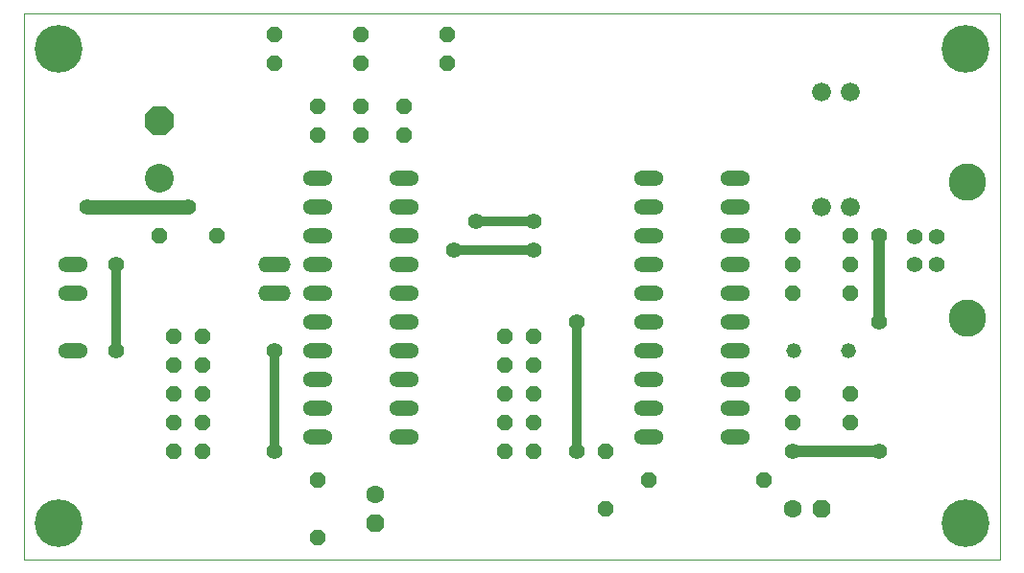
<source format=gtl>
G75*
G70*
%OFA0B0*%
%FSLAX24Y24*%
%IPPOS*%
%LPD*%
%AMOC8*
5,1,8,0,0,1.08239X$1,22.5*
%
%ADD10C,0.0000*%
%ADD11C,0.0061*%
%ADD12C,0.0102*%
%ADD13C,0.0122*%
%ADD14C,0.0081*%
%ADD15C,0.0039*%
%ADD16C,0.0520*%
%ADD17OC8,0.0520*%
%ADD18OC8,0.0630*%
%ADD19C,0.0630*%
%ADD20O,0.1040X0.0520*%
%ADD21C,0.0660*%
%ADD22O,0.1120X0.0560*%
%ADD23C,0.0560*%
%ADD24C,0.1300*%
%ADD25OC8,0.0560*%
%ADD26C,0.1000*%
%ADD27OC8,0.1000*%
%ADD28C,0.0500*%
%ADD29C,0.0400*%
%ADD30C,0.0320*%
%ADD31C,0.1660*%
D10*
X001186Y002332D02*
X001186Y021328D01*
X035056Y021328D01*
X035056Y002332D01*
X001186Y002332D01*
D11*
X011202Y003080D02*
X011204Y003106D01*
X011210Y003132D01*
X011220Y003157D01*
X011234Y003179D01*
X011251Y003200D01*
X011272Y003217D01*
X011294Y003231D01*
X011319Y003241D01*
X011345Y003247D01*
X011371Y003249D01*
X011397Y003247D01*
X011423Y003241D01*
X011448Y003231D01*
X011470Y003217D01*
X011491Y003200D01*
X011508Y003179D01*
X011522Y003157D01*
X011532Y003132D01*
X011538Y003106D01*
X011540Y003080D01*
X011538Y003054D01*
X011532Y003028D01*
X011522Y003003D01*
X011508Y002981D01*
X011491Y002960D01*
X011470Y002943D01*
X011448Y002929D01*
X011423Y002919D01*
X011397Y002913D01*
X011371Y002911D01*
X011345Y002913D01*
X011319Y002919D01*
X011294Y002929D01*
X011272Y002943D01*
X011251Y002960D01*
X011234Y002981D01*
X011220Y003003D01*
X011210Y003028D01*
X011204Y003054D01*
X011202Y003080D01*
X013202Y003580D02*
X013204Y003606D01*
X013210Y003632D01*
X013220Y003657D01*
X013234Y003679D01*
X013251Y003700D01*
X013272Y003717D01*
X013294Y003731D01*
X013319Y003741D01*
X013345Y003747D01*
X013371Y003749D01*
X013397Y003747D01*
X013423Y003741D01*
X013448Y003731D01*
X013470Y003717D01*
X013491Y003700D01*
X013508Y003679D01*
X013522Y003657D01*
X013532Y003632D01*
X013538Y003606D01*
X013540Y003580D01*
X013538Y003554D01*
X013532Y003528D01*
X013522Y003503D01*
X013508Y003481D01*
X013491Y003460D01*
X013470Y003443D01*
X013448Y003429D01*
X013423Y003419D01*
X013397Y003413D01*
X013371Y003411D01*
X013345Y003413D01*
X013319Y003419D01*
X013294Y003429D01*
X013272Y003443D01*
X013251Y003460D01*
X013234Y003481D01*
X013220Y003503D01*
X013210Y003528D01*
X013204Y003554D01*
X013202Y003580D01*
X013202Y004580D02*
X013204Y004606D01*
X013210Y004632D01*
X013220Y004657D01*
X013234Y004679D01*
X013251Y004700D01*
X013272Y004717D01*
X013294Y004731D01*
X013319Y004741D01*
X013345Y004747D01*
X013371Y004749D01*
X013397Y004747D01*
X013423Y004741D01*
X013448Y004731D01*
X013470Y004717D01*
X013491Y004700D01*
X013508Y004679D01*
X013522Y004657D01*
X013532Y004632D01*
X013538Y004606D01*
X013540Y004580D01*
X013538Y004554D01*
X013532Y004528D01*
X013522Y004503D01*
X013508Y004481D01*
X013491Y004460D01*
X013470Y004443D01*
X013448Y004429D01*
X013423Y004419D01*
X013397Y004413D01*
X013371Y004411D01*
X013345Y004413D01*
X013319Y004419D01*
X013294Y004429D01*
X013272Y004443D01*
X013251Y004460D01*
X013234Y004481D01*
X013220Y004503D01*
X013210Y004528D01*
X013204Y004554D01*
X013202Y004580D01*
X011202Y005080D02*
X011204Y005106D01*
X011210Y005132D01*
X011220Y005157D01*
X011234Y005179D01*
X011251Y005200D01*
X011272Y005217D01*
X011294Y005231D01*
X011319Y005241D01*
X011345Y005247D01*
X011371Y005249D01*
X011397Y005247D01*
X011423Y005241D01*
X011448Y005231D01*
X011470Y005217D01*
X011491Y005200D01*
X011508Y005179D01*
X011522Y005157D01*
X011532Y005132D01*
X011538Y005106D01*
X011540Y005080D01*
X011538Y005054D01*
X011532Y005028D01*
X011522Y005003D01*
X011508Y004981D01*
X011491Y004960D01*
X011470Y004943D01*
X011448Y004929D01*
X011423Y004919D01*
X011397Y004913D01*
X011371Y004911D01*
X011345Y004913D01*
X011319Y004919D01*
X011294Y004929D01*
X011272Y004943D01*
X011251Y004960D01*
X011234Y004981D01*
X011220Y005003D01*
X011210Y005028D01*
X011204Y005054D01*
X011202Y005080D01*
X011202Y006580D02*
X011204Y006606D01*
X011210Y006632D01*
X011220Y006657D01*
X011234Y006679D01*
X011251Y006700D01*
X011272Y006717D01*
X011294Y006731D01*
X011319Y006741D01*
X011345Y006747D01*
X011371Y006749D01*
X011397Y006747D01*
X011423Y006741D01*
X011448Y006731D01*
X011470Y006717D01*
X011491Y006700D01*
X011508Y006679D01*
X011522Y006657D01*
X011532Y006632D01*
X011538Y006606D01*
X011540Y006580D01*
X011538Y006554D01*
X011532Y006528D01*
X011522Y006503D01*
X011508Y006481D01*
X011491Y006460D01*
X011470Y006443D01*
X011448Y006429D01*
X011423Y006419D01*
X011397Y006413D01*
X011371Y006411D01*
X011345Y006413D01*
X011319Y006419D01*
X011294Y006429D01*
X011272Y006443D01*
X011251Y006460D01*
X011234Y006481D01*
X011220Y006503D01*
X011210Y006528D01*
X011204Y006554D01*
X011202Y006580D01*
X011202Y007580D02*
X011204Y007606D01*
X011210Y007632D01*
X011220Y007657D01*
X011234Y007679D01*
X011251Y007700D01*
X011272Y007717D01*
X011294Y007731D01*
X011319Y007741D01*
X011345Y007747D01*
X011371Y007749D01*
X011397Y007747D01*
X011423Y007741D01*
X011448Y007731D01*
X011470Y007717D01*
X011491Y007700D01*
X011508Y007679D01*
X011522Y007657D01*
X011532Y007632D01*
X011538Y007606D01*
X011540Y007580D01*
X011538Y007554D01*
X011532Y007528D01*
X011522Y007503D01*
X011508Y007481D01*
X011491Y007460D01*
X011470Y007443D01*
X011448Y007429D01*
X011423Y007419D01*
X011397Y007413D01*
X011371Y007411D01*
X011345Y007413D01*
X011319Y007419D01*
X011294Y007429D01*
X011272Y007443D01*
X011251Y007460D01*
X011234Y007481D01*
X011220Y007503D01*
X011210Y007528D01*
X011204Y007554D01*
X011202Y007580D01*
X011202Y008580D02*
X011204Y008606D01*
X011210Y008632D01*
X011220Y008657D01*
X011234Y008679D01*
X011251Y008700D01*
X011272Y008717D01*
X011294Y008731D01*
X011319Y008741D01*
X011345Y008747D01*
X011371Y008749D01*
X011397Y008747D01*
X011423Y008741D01*
X011448Y008731D01*
X011470Y008717D01*
X011491Y008700D01*
X011508Y008679D01*
X011522Y008657D01*
X011532Y008632D01*
X011538Y008606D01*
X011540Y008580D01*
X011538Y008554D01*
X011532Y008528D01*
X011522Y008503D01*
X011508Y008481D01*
X011491Y008460D01*
X011470Y008443D01*
X011448Y008429D01*
X011423Y008419D01*
X011397Y008413D01*
X011371Y008411D01*
X011345Y008413D01*
X011319Y008419D01*
X011294Y008429D01*
X011272Y008443D01*
X011251Y008460D01*
X011234Y008481D01*
X011220Y008503D01*
X011210Y008528D01*
X011204Y008554D01*
X011202Y008580D01*
X011202Y009580D02*
X011204Y009606D01*
X011210Y009632D01*
X011220Y009657D01*
X011234Y009679D01*
X011251Y009700D01*
X011272Y009717D01*
X011294Y009731D01*
X011319Y009741D01*
X011345Y009747D01*
X011371Y009749D01*
X011397Y009747D01*
X011423Y009741D01*
X011448Y009731D01*
X011470Y009717D01*
X011491Y009700D01*
X011508Y009679D01*
X011522Y009657D01*
X011532Y009632D01*
X011538Y009606D01*
X011540Y009580D01*
X011538Y009554D01*
X011532Y009528D01*
X011522Y009503D01*
X011508Y009481D01*
X011491Y009460D01*
X011470Y009443D01*
X011448Y009429D01*
X011423Y009419D01*
X011397Y009413D01*
X011371Y009411D01*
X011345Y009413D01*
X011319Y009419D01*
X011294Y009429D01*
X011272Y009443D01*
X011251Y009460D01*
X011234Y009481D01*
X011220Y009503D01*
X011210Y009528D01*
X011204Y009554D01*
X011202Y009580D01*
X011202Y010580D02*
X011204Y010606D01*
X011210Y010632D01*
X011220Y010657D01*
X011234Y010679D01*
X011251Y010700D01*
X011272Y010717D01*
X011294Y010731D01*
X011319Y010741D01*
X011345Y010747D01*
X011371Y010749D01*
X011397Y010747D01*
X011423Y010741D01*
X011448Y010731D01*
X011470Y010717D01*
X011491Y010700D01*
X011508Y010679D01*
X011522Y010657D01*
X011532Y010632D01*
X011538Y010606D01*
X011540Y010580D01*
X011538Y010554D01*
X011532Y010528D01*
X011522Y010503D01*
X011508Y010481D01*
X011491Y010460D01*
X011470Y010443D01*
X011448Y010429D01*
X011423Y010419D01*
X011397Y010413D01*
X011371Y010411D01*
X011345Y010413D01*
X011319Y010419D01*
X011294Y010429D01*
X011272Y010443D01*
X011251Y010460D01*
X011234Y010481D01*
X011220Y010503D01*
X011210Y010528D01*
X011204Y010554D01*
X011202Y010580D01*
X011202Y011580D02*
X011204Y011606D01*
X011210Y011632D01*
X011220Y011657D01*
X011234Y011679D01*
X011251Y011700D01*
X011272Y011717D01*
X011294Y011731D01*
X011319Y011741D01*
X011345Y011747D01*
X011371Y011749D01*
X011397Y011747D01*
X011423Y011741D01*
X011448Y011731D01*
X011470Y011717D01*
X011491Y011700D01*
X011508Y011679D01*
X011522Y011657D01*
X011532Y011632D01*
X011538Y011606D01*
X011540Y011580D01*
X011538Y011554D01*
X011532Y011528D01*
X011522Y011503D01*
X011508Y011481D01*
X011491Y011460D01*
X011470Y011443D01*
X011448Y011429D01*
X011423Y011419D01*
X011397Y011413D01*
X011371Y011411D01*
X011345Y011413D01*
X011319Y011419D01*
X011294Y011429D01*
X011272Y011443D01*
X011251Y011460D01*
X011234Y011481D01*
X011220Y011503D01*
X011210Y011528D01*
X011204Y011554D01*
X011202Y011580D01*
X011202Y012580D02*
X011204Y012606D01*
X011210Y012632D01*
X011220Y012657D01*
X011234Y012679D01*
X011251Y012700D01*
X011272Y012717D01*
X011294Y012731D01*
X011319Y012741D01*
X011345Y012747D01*
X011371Y012749D01*
X011397Y012747D01*
X011423Y012741D01*
X011448Y012731D01*
X011470Y012717D01*
X011491Y012700D01*
X011508Y012679D01*
X011522Y012657D01*
X011532Y012632D01*
X011538Y012606D01*
X011540Y012580D01*
X011538Y012554D01*
X011532Y012528D01*
X011522Y012503D01*
X011508Y012481D01*
X011491Y012460D01*
X011470Y012443D01*
X011448Y012429D01*
X011423Y012419D01*
X011397Y012413D01*
X011371Y012411D01*
X011345Y012413D01*
X011319Y012419D01*
X011294Y012429D01*
X011272Y012443D01*
X011251Y012460D01*
X011234Y012481D01*
X011220Y012503D01*
X011210Y012528D01*
X011204Y012554D01*
X011202Y012580D01*
X011202Y013580D02*
X011204Y013606D01*
X011210Y013632D01*
X011220Y013657D01*
X011234Y013679D01*
X011251Y013700D01*
X011272Y013717D01*
X011294Y013731D01*
X011319Y013741D01*
X011345Y013747D01*
X011371Y013749D01*
X011397Y013747D01*
X011423Y013741D01*
X011448Y013731D01*
X011470Y013717D01*
X011491Y013700D01*
X011508Y013679D01*
X011522Y013657D01*
X011532Y013632D01*
X011538Y013606D01*
X011540Y013580D01*
X011538Y013554D01*
X011532Y013528D01*
X011522Y013503D01*
X011508Y013481D01*
X011491Y013460D01*
X011470Y013443D01*
X011448Y013429D01*
X011423Y013419D01*
X011397Y013413D01*
X011371Y013411D01*
X011345Y013413D01*
X011319Y013419D01*
X011294Y013429D01*
X011272Y013443D01*
X011251Y013460D01*
X011234Y013481D01*
X011220Y013503D01*
X011210Y013528D01*
X011204Y013554D01*
X011202Y013580D01*
X011202Y014580D02*
X011204Y014606D01*
X011210Y014632D01*
X011220Y014657D01*
X011234Y014679D01*
X011251Y014700D01*
X011272Y014717D01*
X011294Y014731D01*
X011319Y014741D01*
X011345Y014747D01*
X011371Y014749D01*
X011397Y014747D01*
X011423Y014741D01*
X011448Y014731D01*
X011470Y014717D01*
X011491Y014700D01*
X011508Y014679D01*
X011522Y014657D01*
X011532Y014632D01*
X011538Y014606D01*
X011540Y014580D01*
X011538Y014554D01*
X011532Y014528D01*
X011522Y014503D01*
X011508Y014481D01*
X011491Y014460D01*
X011470Y014443D01*
X011448Y014429D01*
X011423Y014419D01*
X011397Y014413D01*
X011371Y014411D01*
X011345Y014413D01*
X011319Y014419D01*
X011294Y014429D01*
X011272Y014443D01*
X011251Y014460D01*
X011234Y014481D01*
X011220Y014503D01*
X011210Y014528D01*
X011204Y014554D01*
X011202Y014580D01*
X011202Y015580D02*
X011204Y015606D01*
X011210Y015632D01*
X011220Y015657D01*
X011234Y015679D01*
X011251Y015700D01*
X011272Y015717D01*
X011294Y015731D01*
X011319Y015741D01*
X011345Y015747D01*
X011371Y015749D01*
X011397Y015747D01*
X011423Y015741D01*
X011448Y015731D01*
X011470Y015717D01*
X011491Y015700D01*
X011508Y015679D01*
X011522Y015657D01*
X011532Y015632D01*
X011538Y015606D01*
X011540Y015580D01*
X011538Y015554D01*
X011532Y015528D01*
X011522Y015503D01*
X011508Y015481D01*
X011491Y015460D01*
X011470Y015443D01*
X011448Y015429D01*
X011423Y015419D01*
X011397Y015413D01*
X011371Y015411D01*
X011345Y015413D01*
X011319Y015419D01*
X011294Y015429D01*
X011272Y015443D01*
X011251Y015460D01*
X011234Y015481D01*
X011220Y015503D01*
X011210Y015528D01*
X011204Y015554D01*
X011202Y015580D01*
X011202Y017080D02*
X011204Y017106D01*
X011210Y017132D01*
X011220Y017157D01*
X011234Y017179D01*
X011251Y017200D01*
X011272Y017217D01*
X011294Y017231D01*
X011319Y017241D01*
X011345Y017247D01*
X011371Y017249D01*
X011397Y017247D01*
X011423Y017241D01*
X011448Y017231D01*
X011470Y017217D01*
X011491Y017200D01*
X011508Y017179D01*
X011522Y017157D01*
X011532Y017132D01*
X011538Y017106D01*
X011540Y017080D01*
X011538Y017054D01*
X011532Y017028D01*
X011522Y017003D01*
X011508Y016981D01*
X011491Y016960D01*
X011470Y016943D01*
X011448Y016929D01*
X011423Y016919D01*
X011397Y016913D01*
X011371Y016911D01*
X011345Y016913D01*
X011319Y016919D01*
X011294Y016929D01*
X011272Y016943D01*
X011251Y016960D01*
X011234Y016981D01*
X011220Y017003D01*
X011210Y017028D01*
X011204Y017054D01*
X011202Y017080D01*
X011202Y018080D02*
X011204Y018106D01*
X011210Y018132D01*
X011220Y018157D01*
X011234Y018179D01*
X011251Y018200D01*
X011272Y018217D01*
X011294Y018231D01*
X011319Y018241D01*
X011345Y018247D01*
X011371Y018249D01*
X011397Y018247D01*
X011423Y018241D01*
X011448Y018231D01*
X011470Y018217D01*
X011491Y018200D01*
X011508Y018179D01*
X011522Y018157D01*
X011532Y018132D01*
X011538Y018106D01*
X011540Y018080D01*
X011538Y018054D01*
X011532Y018028D01*
X011522Y018003D01*
X011508Y017981D01*
X011491Y017960D01*
X011470Y017943D01*
X011448Y017929D01*
X011423Y017919D01*
X011397Y017913D01*
X011371Y017911D01*
X011345Y017913D01*
X011319Y017919D01*
X011294Y017929D01*
X011272Y017943D01*
X011251Y017960D01*
X011234Y017981D01*
X011220Y018003D01*
X011210Y018028D01*
X011204Y018054D01*
X011202Y018080D01*
X012702Y018080D02*
X012704Y018106D01*
X012710Y018132D01*
X012720Y018157D01*
X012734Y018179D01*
X012751Y018200D01*
X012772Y018217D01*
X012794Y018231D01*
X012819Y018241D01*
X012845Y018247D01*
X012871Y018249D01*
X012897Y018247D01*
X012923Y018241D01*
X012948Y018231D01*
X012970Y018217D01*
X012991Y018200D01*
X013008Y018179D01*
X013022Y018157D01*
X013032Y018132D01*
X013038Y018106D01*
X013040Y018080D01*
X013038Y018054D01*
X013032Y018028D01*
X013022Y018003D01*
X013008Y017981D01*
X012991Y017960D01*
X012970Y017943D01*
X012948Y017929D01*
X012923Y017919D01*
X012897Y017913D01*
X012871Y017911D01*
X012845Y017913D01*
X012819Y017919D01*
X012794Y017929D01*
X012772Y017943D01*
X012751Y017960D01*
X012734Y017981D01*
X012720Y018003D01*
X012710Y018028D01*
X012704Y018054D01*
X012702Y018080D01*
X012702Y017080D02*
X012704Y017106D01*
X012710Y017132D01*
X012720Y017157D01*
X012734Y017179D01*
X012751Y017200D01*
X012772Y017217D01*
X012794Y017231D01*
X012819Y017241D01*
X012845Y017247D01*
X012871Y017249D01*
X012897Y017247D01*
X012923Y017241D01*
X012948Y017231D01*
X012970Y017217D01*
X012991Y017200D01*
X013008Y017179D01*
X013022Y017157D01*
X013032Y017132D01*
X013038Y017106D01*
X013040Y017080D01*
X013038Y017054D01*
X013032Y017028D01*
X013022Y017003D01*
X013008Y016981D01*
X012991Y016960D01*
X012970Y016943D01*
X012948Y016929D01*
X012923Y016919D01*
X012897Y016913D01*
X012871Y016911D01*
X012845Y016913D01*
X012819Y016919D01*
X012794Y016929D01*
X012772Y016943D01*
X012751Y016960D01*
X012734Y016981D01*
X012720Y017003D01*
X012710Y017028D01*
X012704Y017054D01*
X012702Y017080D01*
X014202Y017080D02*
X014204Y017106D01*
X014210Y017132D01*
X014220Y017157D01*
X014234Y017179D01*
X014251Y017200D01*
X014272Y017217D01*
X014294Y017231D01*
X014319Y017241D01*
X014345Y017247D01*
X014371Y017249D01*
X014397Y017247D01*
X014423Y017241D01*
X014448Y017231D01*
X014470Y017217D01*
X014491Y017200D01*
X014508Y017179D01*
X014522Y017157D01*
X014532Y017132D01*
X014538Y017106D01*
X014540Y017080D01*
X014538Y017054D01*
X014532Y017028D01*
X014522Y017003D01*
X014508Y016981D01*
X014491Y016960D01*
X014470Y016943D01*
X014448Y016929D01*
X014423Y016919D01*
X014397Y016913D01*
X014371Y016911D01*
X014345Y016913D01*
X014319Y016919D01*
X014294Y016929D01*
X014272Y016943D01*
X014251Y016960D01*
X014234Y016981D01*
X014220Y017003D01*
X014210Y017028D01*
X014204Y017054D01*
X014202Y017080D01*
X014202Y018080D02*
X014204Y018106D01*
X014210Y018132D01*
X014220Y018157D01*
X014234Y018179D01*
X014251Y018200D01*
X014272Y018217D01*
X014294Y018231D01*
X014319Y018241D01*
X014345Y018247D01*
X014371Y018249D01*
X014397Y018247D01*
X014423Y018241D01*
X014448Y018231D01*
X014470Y018217D01*
X014491Y018200D01*
X014508Y018179D01*
X014522Y018157D01*
X014532Y018132D01*
X014538Y018106D01*
X014540Y018080D01*
X014538Y018054D01*
X014532Y018028D01*
X014522Y018003D01*
X014508Y017981D01*
X014491Y017960D01*
X014470Y017943D01*
X014448Y017929D01*
X014423Y017919D01*
X014397Y017913D01*
X014371Y017911D01*
X014345Y017913D01*
X014319Y017919D01*
X014294Y017929D01*
X014272Y017943D01*
X014251Y017960D01*
X014234Y017981D01*
X014220Y018003D01*
X014210Y018028D01*
X014204Y018054D01*
X014202Y018080D01*
X012702Y019580D02*
X012704Y019606D01*
X012710Y019632D01*
X012720Y019657D01*
X012734Y019679D01*
X012751Y019700D01*
X012772Y019717D01*
X012794Y019731D01*
X012819Y019741D01*
X012845Y019747D01*
X012871Y019749D01*
X012897Y019747D01*
X012923Y019741D01*
X012948Y019731D01*
X012970Y019717D01*
X012991Y019700D01*
X013008Y019679D01*
X013022Y019657D01*
X013032Y019632D01*
X013038Y019606D01*
X013040Y019580D01*
X013038Y019554D01*
X013032Y019528D01*
X013022Y019503D01*
X013008Y019481D01*
X012991Y019460D01*
X012970Y019443D01*
X012948Y019429D01*
X012923Y019419D01*
X012897Y019413D01*
X012871Y019411D01*
X012845Y019413D01*
X012819Y019419D01*
X012794Y019429D01*
X012772Y019443D01*
X012751Y019460D01*
X012734Y019481D01*
X012720Y019503D01*
X012710Y019528D01*
X012704Y019554D01*
X012702Y019580D01*
X012702Y020580D02*
X012704Y020606D01*
X012710Y020632D01*
X012720Y020657D01*
X012734Y020679D01*
X012751Y020700D01*
X012772Y020717D01*
X012794Y020731D01*
X012819Y020741D01*
X012845Y020747D01*
X012871Y020749D01*
X012897Y020747D01*
X012923Y020741D01*
X012948Y020731D01*
X012970Y020717D01*
X012991Y020700D01*
X013008Y020679D01*
X013022Y020657D01*
X013032Y020632D01*
X013038Y020606D01*
X013040Y020580D01*
X013038Y020554D01*
X013032Y020528D01*
X013022Y020503D01*
X013008Y020481D01*
X012991Y020460D01*
X012970Y020443D01*
X012948Y020429D01*
X012923Y020419D01*
X012897Y020413D01*
X012871Y020411D01*
X012845Y020413D01*
X012819Y020419D01*
X012794Y020429D01*
X012772Y020443D01*
X012751Y020460D01*
X012734Y020481D01*
X012720Y020503D01*
X012710Y020528D01*
X012704Y020554D01*
X012702Y020580D01*
X009702Y020580D02*
X009704Y020606D01*
X009710Y020632D01*
X009720Y020657D01*
X009734Y020679D01*
X009751Y020700D01*
X009772Y020717D01*
X009794Y020731D01*
X009819Y020741D01*
X009845Y020747D01*
X009871Y020749D01*
X009897Y020747D01*
X009923Y020741D01*
X009948Y020731D01*
X009970Y020717D01*
X009991Y020700D01*
X010008Y020679D01*
X010022Y020657D01*
X010032Y020632D01*
X010038Y020606D01*
X010040Y020580D01*
X010038Y020554D01*
X010032Y020528D01*
X010022Y020503D01*
X010008Y020481D01*
X009991Y020460D01*
X009970Y020443D01*
X009948Y020429D01*
X009923Y020419D01*
X009897Y020413D01*
X009871Y020411D01*
X009845Y020413D01*
X009819Y020419D01*
X009794Y020429D01*
X009772Y020443D01*
X009751Y020460D01*
X009734Y020481D01*
X009720Y020503D01*
X009710Y020528D01*
X009704Y020554D01*
X009702Y020580D01*
X009702Y019580D02*
X009704Y019606D01*
X009710Y019632D01*
X009720Y019657D01*
X009734Y019679D01*
X009751Y019700D01*
X009772Y019717D01*
X009794Y019731D01*
X009819Y019741D01*
X009845Y019747D01*
X009871Y019749D01*
X009897Y019747D01*
X009923Y019741D01*
X009948Y019731D01*
X009970Y019717D01*
X009991Y019700D01*
X010008Y019679D01*
X010022Y019657D01*
X010032Y019632D01*
X010038Y019606D01*
X010040Y019580D01*
X010038Y019554D01*
X010032Y019528D01*
X010022Y019503D01*
X010008Y019481D01*
X009991Y019460D01*
X009970Y019443D01*
X009948Y019429D01*
X009923Y019419D01*
X009897Y019413D01*
X009871Y019411D01*
X009845Y019413D01*
X009819Y019419D01*
X009794Y019429D01*
X009772Y019443D01*
X009751Y019460D01*
X009734Y019481D01*
X009720Y019503D01*
X009710Y019528D01*
X009704Y019554D01*
X009702Y019580D01*
X014202Y015580D02*
X014204Y015606D01*
X014210Y015632D01*
X014220Y015657D01*
X014234Y015679D01*
X014251Y015700D01*
X014272Y015717D01*
X014294Y015731D01*
X014319Y015741D01*
X014345Y015747D01*
X014371Y015749D01*
X014397Y015747D01*
X014423Y015741D01*
X014448Y015731D01*
X014470Y015717D01*
X014491Y015700D01*
X014508Y015679D01*
X014522Y015657D01*
X014532Y015632D01*
X014538Y015606D01*
X014540Y015580D01*
X014538Y015554D01*
X014532Y015528D01*
X014522Y015503D01*
X014508Y015481D01*
X014491Y015460D01*
X014470Y015443D01*
X014448Y015429D01*
X014423Y015419D01*
X014397Y015413D01*
X014371Y015411D01*
X014345Y015413D01*
X014319Y015419D01*
X014294Y015429D01*
X014272Y015443D01*
X014251Y015460D01*
X014234Y015481D01*
X014220Y015503D01*
X014210Y015528D01*
X014204Y015554D01*
X014202Y015580D01*
X014202Y014580D02*
X014204Y014606D01*
X014210Y014632D01*
X014220Y014657D01*
X014234Y014679D01*
X014251Y014700D01*
X014272Y014717D01*
X014294Y014731D01*
X014319Y014741D01*
X014345Y014747D01*
X014371Y014749D01*
X014397Y014747D01*
X014423Y014741D01*
X014448Y014731D01*
X014470Y014717D01*
X014491Y014700D01*
X014508Y014679D01*
X014522Y014657D01*
X014532Y014632D01*
X014538Y014606D01*
X014540Y014580D01*
X014538Y014554D01*
X014532Y014528D01*
X014522Y014503D01*
X014508Y014481D01*
X014491Y014460D01*
X014470Y014443D01*
X014448Y014429D01*
X014423Y014419D01*
X014397Y014413D01*
X014371Y014411D01*
X014345Y014413D01*
X014319Y014419D01*
X014294Y014429D01*
X014272Y014443D01*
X014251Y014460D01*
X014234Y014481D01*
X014220Y014503D01*
X014210Y014528D01*
X014204Y014554D01*
X014202Y014580D01*
X014202Y013580D02*
X014204Y013606D01*
X014210Y013632D01*
X014220Y013657D01*
X014234Y013679D01*
X014251Y013700D01*
X014272Y013717D01*
X014294Y013731D01*
X014319Y013741D01*
X014345Y013747D01*
X014371Y013749D01*
X014397Y013747D01*
X014423Y013741D01*
X014448Y013731D01*
X014470Y013717D01*
X014491Y013700D01*
X014508Y013679D01*
X014522Y013657D01*
X014532Y013632D01*
X014538Y013606D01*
X014540Y013580D01*
X014538Y013554D01*
X014532Y013528D01*
X014522Y013503D01*
X014508Y013481D01*
X014491Y013460D01*
X014470Y013443D01*
X014448Y013429D01*
X014423Y013419D01*
X014397Y013413D01*
X014371Y013411D01*
X014345Y013413D01*
X014319Y013419D01*
X014294Y013429D01*
X014272Y013443D01*
X014251Y013460D01*
X014234Y013481D01*
X014220Y013503D01*
X014210Y013528D01*
X014204Y013554D01*
X014202Y013580D01*
X014202Y012580D02*
X014204Y012606D01*
X014210Y012632D01*
X014220Y012657D01*
X014234Y012679D01*
X014251Y012700D01*
X014272Y012717D01*
X014294Y012731D01*
X014319Y012741D01*
X014345Y012747D01*
X014371Y012749D01*
X014397Y012747D01*
X014423Y012741D01*
X014448Y012731D01*
X014470Y012717D01*
X014491Y012700D01*
X014508Y012679D01*
X014522Y012657D01*
X014532Y012632D01*
X014538Y012606D01*
X014540Y012580D01*
X014538Y012554D01*
X014532Y012528D01*
X014522Y012503D01*
X014508Y012481D01*
X014491Y012460D01*
X014470Y012443D01*
X014448Y012429D01*
X014423Y012419D01*
X014397Y012413D01*
X014371Y012411D01*
X014345Y012413D01*
X014319Y012419D01*
X014294Y012429D01*
X014272Y012443D01*
X014251Y012460D01*
X014234Y012481D01*
X014220Y012503D01*
X014210Y012528D01*
X014204Y012554D01*
X014202Y012580D01*
X014202Y011580D02*
X014204Y011606D01*
X014210Y011632D01*
X014220Y011657D01*
X014234Y011679D01*
X014251Y011700D01*
X014272Y011717D01*
X014294Y011731D01*
X014319Y011741D01*
X014345Y011747D01*
X014371Y011749D01*
X014397Y011747D01*
X014423Y011741D01*
X014448Y011731D01*
X014470Y011717D01*
X014491Y011700D01*
X014508Y011679D01*
X014522Y011657D01*
X014532Y011632D01*
X014538Y011606D01*
X014540Y011580D01*
X014538Y011554D01*
X014532Y011528D01*
X014522Y011503D01*
X014508Y011481D01*
X014491Y011460D01*
X014470Y011443D01*
X014448Y011429D01*
X014423Y011419D01*
X014397Y011413D01*
X014371Y011411D01*
X014345Y011413D01*
X014319Y011419D01*
X014294Y011429D01*
X014272Y011443D01*
X014251Y011460D01*
X014234Y011481D01*
X014220Y011503D01*
X014210Y011528D01*
X014204Y011554D01*
X014202Y011580D01*
X014202Y010580D02*
X014204Y010606D01*
X014210Y010632D01*
X014220Y010657D01*
X014234Y010679D01*
X014251Y010700D01*
X014272Y010717D01*
X014294Y010731D01*
X014319Y010741D01*
X014345Y010747D01*
X014371Y010749D01*
X014397Y010747D01*
X014423Y010741D01*
X014448Y010731D01*
X014470Y010717D01*
X014491Y010700D01*
X014508Y010679D01*
X014522Y010657D01*
X014532Y010632D01*
X014538Y010606D01*
X014540Y010580D01*
X014538Y010554D01*
X014532Y010528D01*
X014522Y010503D01*
X014508Y010481D01*
X014491Y010460D01*
X014470Y010443D01*
X014448Y010429D01*
X014423Y010419D01*
X014397Y010413D01*
X014371Y010411D01*
X014345Y010413D01*
X014319Y010419D01*
X014294Y010429D01*
X014272Y010443D01*
X014251Y010460D01*
X014234Y010481D01*
X014220Y010503D01*
X014210Y010528D01*
X014204Y010554D01*
X014202Y010580D01*
X014202Y009580D02*
X014204Y009606D01*
X014210Y009632D01*
X014220Y009657D01*
X014234Y009679D01*
X014251Y009700D01*
X014272Y009717D01*
X014294Y009731D01*
X014319Y009741D01*
X014345Y009747D01*
X014371Y009749D01*
X014397Y009747D01*
X014423Y009741D01*
X014448Y009731D01*
X014470Y009717D01*
X014491Y009700D01*
X014508Y009679D01*
X014522Y009657D01*
X014532Y009632D01*
X014538Y009606D01*
X014540Y009580D01*
X014538Y009554D01*
X014532Y009528D01*
X014522Y009503D01*
X014508Y009481D01*
X014491Y009460D01*
X014470Y009443D01*
X014448Y009429D01*
X014423Y009419D01*
X014397Y009413D01*
X014371Y009411D01*
X014345Y009413D01*
X014319Y009419D01*
X014294Y009429D01*
X014272Y009443D01*
X014251Y009460D01*
X014234Y009481D01*
X014220Y009503D01*
X014210Y009528D01*
X014204Y009554D01*
X014202Y009580D01*
X014202Y008580D02*
X014204Y008606D01*
X014210Y008632D01*
X014220Y008657D01*
X014234Y008679D01*
X014251Y008700D01*
X014272Y008717D01*
X014294Y008731D01*
X014319Y008741D01*
X014345Y008747D01*
X014371Y008749D01*
X014397Y008747D01*
X014423Y008741D01*
X014448Y008731D01*
X014470Y008717D01*
X014491Y008700D01*
X014508Y008679D01*
X014522Y008657D01*
X014532Y008632D01*
X014538Y008606D01*
X014540Y008580D01*
X014538Y008554D01*
X014532Y008528D01*
X014522Y008503D01*
X014508Y008481D01*
X014491Y008460D01*
X014470Y008443D01*
X014448Y008429D01*
X014423Y008419D01*
X014397Y008413D01*
X014371Y008411D01*
X014345Y008413D01*
X014319Y008419D01*
X014294Y008429D01*
X014272Y008443D01*
X014251Y008460D01*
X014234Y008481D01*
X014220Y008503D01*
X014210Y008528D01*
X014204Y008554D01*
X014202Y008580D01*
X014202Y007580D02*
X014204Y007606D01*
X014210Y007632D01*
X014220Y007657D01*
X014234Y007679D01*
X014251Y007700D01*
X014272Y007717D01*
X014294Y007731D01*
X014319Y007741D01*
X014345Y007747D01*
X014371Y007749D01*
X014397Y007747D01*
X014423Y007741D01*
X014448Y007731D01*
X014470Y007717D01*
X014491Y007700D01*
X014508Y007679D01*
X014522Y007657D01*
X014532Y007632D01*
X014538Y007606D01*
X014540Y007580D01*
X014538Y007554D01*
X014532Y007528D01*
X014522Y007503D01*
X014508Y007481D01*
X014491Y007460D01*
X014470Y007443D01*
X014448Y007429D01*
X014423Y007419D01*
X014397Y007413D01*
X014371Y007411D01*
X014345Y007413D01*
X014319Y007419D01*
X014294Y007429D01*
X014272Y007443D01*
X014251Y007460D01*
X014234Y007481D01*
X014220Y007503D01*
X014210Y007528D01*
X014204Y007554D01*
X014202Y007580D01*
X014202Y006580D02*
X014204Y006606D01*
X014210Y006632D01*
X014220Y006657D01*
X014234Y006679D01*
X014251Y006700D01*
X014272Y006717D01*
X014294Y006731D01*
X014319Y006741D01*
X014345Y006747D01*
X014371Y006749D01*
X014397Y006747D01*
X014423Y006741D01*
X014448Y006731D01*
X014470Y006717D01*
X014491Y006700D01*
X014508Y006679D01*
X014522Y006657D01*
X014532Y006632D01*
X014538Y006606D01*
X014540Y006580D01*
X014538Y006554D01*
X014532Y006528D01*
X014522Y006503D01*
X014508Y006481D01*
X014491Y006460D01*
X014470Y006443D01*
X014448Y006429D01*
X014423Y006419D01*
X014397Y006413D01*
X014371Y006411D01*
X014345Y006413D01*
X014319Y006419D01*
X014294Y006429D01*
X014272Y006443D01*
X014251Y006460D01*
X014234Y006481D01*
X014220Y006503D01*
X014210Y006528D01*
X014204Y006554D01*
X014202Y006580D01*
X021202Y006080D02*
X021204Y006106D01*
X021210Y006132D01*
X021220Y006157D01*
X021234Y006179D01*
X021251Y006200D01*
X021272Y006217D01*
X021294Y006231D01*
X021319Y006241D01*
X021345Y006247D01*
X021371Y006249D01*
X021397Y006247D01*
X021423Y006241D01*
X021448Y006231D01*
X021470Y006217D01*
X021491Y006200D01*
X021508Y006179D01*
X021522Y006157D01*
X021532Y006132D01*
X021538Y006106D01*
X021540Y006080D01*
X021538Y006054D01*
X021532Y006028D01*
X021522Y006003D01*
X021508Y005981D01*
X021491Y005960D01*
X021470Y005943D01*
X021448Y005929D01*
X021423Y005919D01*
X021397Y005913D01*
X021371Y005911D01*
X021345Y005913D01*
X021319Y005919D01*
X021294Y005929D01*
X021272Y005943D01*
X021251Y005960D01*
X021234Y005981D01*
X021220Y006003D01*
X021210Y006028D01*
X021204Y006054D01*
X021202Y006080D01*
X022702Y006580D02*
X022704Y006606D01*
X022710Y006632D01*
X022720Y006657D01*
X022734Y006679D01*
X022751Y006700D01*
X022772Y006717D01*
X022794Y006731D01*
X022819Y006741D01*
X022845Y006747D01*
X022871Y006749D01*
X022897Y006747D01*
X022923Y006741D01*
X022948Y006731D01*
X022970Y006717D01*
X022991Y006700D01*
X023008Y006679D01*
X023022Y006657D01*
X023032Y006632D01*
X023038Y006606D01*
X023040Y006580D01*
X023038Y006554D01*
X023032Y006528D01*
X023022Y006503D01*
X023008Y006481D01*
X022991Y006460D01*
X022970Y006443D01*
X022948Y006429D01*
X022923Y006419D01*
X022897Y006413D01*
X022871Y006411D01*
X022845Y006413D01*
X022819Y006419D01*
X022794Y006429D01*
X022772Y006443D01*
X022751Y006460D01*
X022734Y006481D01*
X022720Y006503D01*
X022710Y006528D01*
X022704Y006554D01*
X022702Y006580D01*
X022702Y007580D02*
X022704Y007606D01*
X022710Y007632D01*
X022720Y007657D01*
X022734Y007679D01*
X022751Y007700D01*
X022772Y007717D01*
X022794Y007731D01*
X022819Y007741D01*
X022845Y007747D01*
X022871Y007749D01*
X022897Y007747D01*
X022923Y007741D01*
X022948Y007731D01*
X022970Y007717D01*
X022991Y007700D01*
X023008Y007679D01*
X023022Y007657D01*
X023032Y007632D01*
X023038Y007606D01*
X023040Y007580D01*
X023038Y007554D01*
X023032Y007528D01*
X023022Y007503D01*
X023008Y007481D01*
X022991Y007460D01*
X022970Y007443D01*
X022948Y007429D01*
X022923Y007419D01*
X022897Y007413D01*
X022871Y007411D01*
X022845Y007413D01*
X022819Y007419D01*
X022794Y007429D01*
X022772Y007443D01*
X022751Y007460D01*
X022734Y007481D01*
X022720Y007503D01*
X022710Y007528D01*
X022704Y007554D01*
X022702Y007580D01*
X022702Y008580D02*
X022704Y008606D01*
X022710Y008632D01*
X022720Y008657D01*
X022734Y008679D01*
X022751Y008700D01*
X022772Y008717D01*
X022794Y008731D01*
X022819Y008741D01*
X022845Y008747D01*
X022871Y008749D01*
X022897Y008747D01*
X022923Y008741D01*
X022948Y008731D01*
X022970Y008717D01*
X022991Y008700D01*
X023008Y008679D01*
X023022Y008657D01*
X023032Y008632D01*
X023038Y008606D01*
X023040Y008580D01*
X023038Y008554D01*
X023032Y008528D01*
X023022Y008503D01*
X023008Y008481D01*
X022991Y008460D01*
X022970Y008443D01*
X022948Y008429D01*
X022923Y008419D01*
X022897Y008413D01*
X022871Y008411D01*
X022845Y008413D01*
X022819Y008419D01*
X022794Y008429D01*
X022772Y008443D01*
X022751Y008460D01*
X022734Y008481D01*
X022720Y008503D01*
X022710Y008528D01*
X022704Y008554D01*
X022702Y008580D01*
X022702Y009580D02*
X022704Y009606D01*
X022710Y009632D01*
X022720Y009657D01*
X022734Y009679D01*
X022751Y009700D01*
X022772Y009717D01*
X022794Y009731D01*
X022819Y009741D01*
X022845Y009747D01*
X022871Y009749D01*
X022897Y009747D01*
X022923Y009741D01*
X022948Y009731D01*
X022970Y009717D01*
X022991Y009700D01*
X023008Y009679D01*
X023022Y009657D01*
X023032Y009632D01*
X023038Y009606D01*
X023040Y009580D01*
X023038Y009554D01*
X023032Y009528D01*
X023022Y009503D01*
X023008Y009481D01*
X022991Y009460D01*
X022970Y009443D01*
X022948Y009429D01*
X022923Y009419D01*
X022897Y009413D01*
X022871Y009411D01*
X022845Y009413D01*
X022819Y009419D01*
X022794Y009429D01*
X022772Y009443D01*
X022751Y009460D01*
X022734Y009481D01*
X022720Y009503D01*
X022710Y009528D01*
X022704Y009554D01*
X022702Y009580D01*
X022702Y010580D02*
X022704Y010606D01*
X022710Y010632D01*
X022720Y010657D01*
X022734Y010679D01*
X022751Y010700D01*
X022772Y010717D01*
X022794Y010731D01*
X022819Y010741D01*
X022845Y010747D01*
X022871Y010749D01*
X022897Y010747D01*
X022923Y010741D01*
X022948Y010731D01*
X022970Y010717D01*
X022991Y010700D01*
X023008Y010679D01*
X023022Y010657D01*
X023032Y010632D01*
X023038Y010606D01*
X023040Y010580D01*
X023038Y010554D01*
X023032Y010528D01*
X023022Y010503D01*
X023008Y010481D01*
X022991Y010460D01*
X022970Y010443D01*
X022948Y010429D01*
X022923Y010419D01*
X022897Y010413D01*
X022871Y010411D01*
X022845Y010413D01*
X022819Y010419D01*
X022794Y010429D01*
X022772Y010443D01*
X022751Y010460D01*
X022734Y010481D01*
X022720Y010503D01*
X022710Y010528D01*
X022704Y010554D01*
X022702Y010580D01*
X022702Y011580D02*
X022704Y011606D01*
X022710Y011632D01*
X022720Y011657D01*
X022734Y011679D01*
X022751Y011700D01*
X022772Y011717D01*
X022794Y011731D01*
X022819Y011741D01*
X022845Y011747D01*
X022871Y011749D01*
X022897Y011747D01*
X022923Y011741D01*
X022948Y011731D01*
X022970Y011717D01*
X022991Y011700D01*
X023008Y011679D01*
X023022Y011657D01*
X023032Y011632D01*
X023038Y011606D01*
X023040Y011580D01*
X023038Y011554D01*
X023032Y011528D01*
X023022Y011503D01*
X023008Y011481D01*
X022991Y011460D01*
X022970Y011443D01*
X022948Y011429D01*
X022923Y011419D01*
X022897Y011413D01*
X022871Y011411D01*
X022845Y011413D01*
X022819Y011419D01*
X022794Y011429D01*
X022772Y011443D01*
X022751Y011460D01*
X022734Y011481D01*
X022720Y011503D01*
X022710Y011528D01*
X022704Y011554D01*
X022702Y011580D01*
X022702Y012580D02*
X022704Y012606D01*
X022710Y012632D01*
X022720Y012657D01*
X022734Y012679D01*
X022751Y012700D01*
X022772Y012717D01*
X022794Y012731D01*
X022819Y012741D01*
X022845Y012747D01*
X022871Y012749D01*
X022897Y012747D01*
X022923Y012741D01*
X022948Y012731D01*
X022970Y012717D01*
X022991Y012700D01*
X023008Y012679D01*
X023022Y012657D01*
X023032Y012632D01*
X023038Y012606D01*
X023040Y012580D01*
X023038Y012554D01*
X023032Y012528D01*
X023022Y012503D01*
X023008Y012481D01*
X022991Y012460D01*
X022970Y012443D01*
X022948Y012429D01*
X022923Y012419D01*
X022897Y012413D01*
X022871Y012411D01*
X022845Y012413D01*
X022819Y012419D01*
X022794Y012429D01*
X022772Y012443D01*
X022751Y012460D01*
X022734Y012481D01*
X022720Y012503D01*
X022710Y012528D01*
X022704Y012554D01*
X022702Y012580D01*
X022702Y013580D02*
X022704Y013606D01*
X022710Y013632D01*
X022720Y013657D01*
X022734Y013679D01*
X022751Y013700D01*
X022772Y013717D01*
X022794Y013731D01*
X022819Y013741D01*
X022845Y013747D01*
X022871Y013749D01*
X022897Y013747D01*
X022923Y013741D01*
X022948Y013731D01*
X022970Y013717D01*
X022991Y013700D01*
X023008Y013679D01*
X023022Y013657D01*
X023032Y013632D01*
X023038Y013606D01*
X023040Y013580D01*
X023038Y013554D01*
X023032Y013528D01*
X023022Y013503D01*
X023008Y013481D01*
X022991Y013460D01*
X022970Y013443D01*
X022948Y013429D01*
X022923Y013419D01*
X022897Y013413D01*
X022871Y013411D01*
X022845Y013413D01*
X022819Y013419D01*
X022794Y013429D01*
X022772Y013443D01*
X022751Y013460D01*
X022734Y013481D01*
X022720Y013503D01*
X022710Y013528D01*
X022704Y013554D01*
X022702Y013580D01*
X022702Y014580D02*
X022704Y014606D01*
X022710Y014632D01*
X022720Y014657D01*
X022734Y014679D01*
X022751Y014700D01*
X022772Y014717D01*
X022794Y014731D01*
X022819Y014741D01*
X022845Y014747D01*
X022871Y014749D01*
X022897Y014747D01*
X022923Y014741D01*
X022948Y014731D01*
X022970Y014717D01*
X022991Y014700D01*
X023008Y014679D01*
X023022Y014657D01*
X023032Y014632D01*
X023038Y014606D01*
X023040Y014580D01*
X023038Y014554D01*
X023032Y014528D01*
X023022Y014503D01*
X023008Y014481D01*
X022991Y014460D01*
X022970Y014443D01*
X022948Y014429D01*
X022923Y014419D01*
X022897Y014413D01*
X022871Y014411D01*
X022845Y014413D01*
X022819Y014419D01*
X022794Y014429D01*
X022772Y014443D01*
X022751Y014460D01*
X022734Y014481D01*
X022720Y014503D01*
X022710Y014528D01*
X022704Y014554D01*
X022702Y014580D01*
X022702Y015580D02*
X022704Y015606D01*
X022710Y015632D01*
X022720Y015657D01*
X022734Y015679D01*
X022751Y015700D01*
X022772Y015717D01*
X022794Y015731D01*
X022819Y015741D01*
X022845Y015747D01*
X022871Y015749D01*
X022897Y015747D01*
X022923Y015741D01*
X022948Y015731D01*
X022970Y015717D01*
X022991Y015700D01*
X023008Y015679D01*
X023022Y015657D01*
X023032Y015632D01*
X023038Y015606D01*
X023040Y015580D01*
X023038Y015554D01*
X023032Y015528D01*
X023022Y015503D01*
X023008Y015481D01*
X022991Y015460D01*
X022970Y015443D01*
X022948Y015429D01*
X022923Y015419D01*
X022897Y015413D01*
X022871Y015411D01*
X022845Y015413D01*
X022819Y015419D01*
X022794Y015429D01*
X022772Y015443D01*
X022751Y015460D01*
X022734Y015481D01*
X022720Y015503D01*
X022710Y015528D01*
X022704Y015554D01*
X022702Y015580D01*
X025702Y015580D02*
X025704Y015606D01*
X025710Y015632D01*
X025720Y015657D01*
X025734Y015679D01*
X025751Y015700D01*
X025772Y015717D01*
X025794Y015731D01*
X025819Y015741D01*
X025845Y015747D01*
X025871Y015749D01*
X025897Y015747D01*
X025923Y015741D01*
X025948Y015731D01*
X025970Y015717D01*
X025991Y015700D01*
X026008Y015679D01*
X026022Y015657D01*
X026032Y015632D01*
X026038Y015606D01*
X026040Y015580D01*
X026038Y015554D01*
X026032Y015528D01*
X026022Y015503D01*
X026008Y015481D01*
X025991Y015460D01*
X025970Y015443D01*
X025948Y015429D01*
X025923Y015419D01*
X025897Y015413D01*
X025871Y015411D01*
X025845Y015413D01*
X025819Y015419D01*
X025794Y015429D01*
X025772Y015443D01*
X025751Y015460D01*
X025734Y015481D01*
X025720Y015503D01*
X025710Y015528D01*
X025704Y015554D01*
X025702Y015580D01*
X025702Y014580D02*
X025704Y014606D01*
X025710Y014632D01*
X025720Y014657D01*
X025734Y014679D01*
X025751Y014700D01*
X025772Y014717D01*
X025794Y014731D01*
X025819Y014741D01*
X025845Y014747D01*
X025871Y014749D01*
X025897Y014747D01*
X025923Y014741D01*
X025948Y014731D01*
X025970Y014717D01*
X025991Y014700D01*
X026008Y014679D01*
X026022Y014657D01*
X026032Y014632D01*
X026038Y014606D01*
X026040Y014580D01*
X026038Y014554D01*
X026032Y014528D01*
X026022Y014503D01*
X026008Y014481D01*
X025991Y014460D01*
X025970Y014443D01*
X025948Y014429D01*
X025923Y014419D01*
X025897Y014413D01*
X025871Y014411D01*
X025845Y014413D01*
X025819Y014419D01*
X025794Y014429D01*
X025772Y014443D01*
X025751Y014460D01*
X025734Y014481D01*
X025720Y014503D01*
X025710Y014528D01*
X025704Y014554D01*
X025702Y014580D01*
X025702Y013580D02*
X025704Y013606D01*
X025710Y013632D01*
X025720Y013657D01*
X025734Y013679D01*
X025751Y013700D01*
X025772Y013717D01*
X025794Y013731D01*
X025819Y013741D01*
X025845Y013747D01*
X025871Y013749D01*
X025897Y013747D01*
X025923Y013741D01*
X025948Y013731D01*
X025970Y013717D01*
X025991Y013700D01*
X026008Y013679D01*
X026022Y013657D01*
X026032Y013632D01*
X026038Y013606D01*
X026040Y013580D01*
X026038Y013554D01*
X026032Y013528D01*
X026022Y013503D01*
X026008Y013481D01*
X025991Y013460D01*
X025970Y013443D01*
X025948Y013429D01*
X025923Y013419D01*
X025897Y013413D01*
X025871Y013411D01*
X025845Y013413D01*
X025819Y013419D01*
X025794Y013429D01*
X025772Y013443D01*
X025751Y013460D01*
X025734Y013481D01*
X025720Y013503D01*
X025710Y013528D01*
X025704Y013554D01*
X025702Y013580D01*
X025702Y012580D02*
X025704Y012606D01*
X025710Y012632D01*
X025720Y012657D01*
X025734Y012679D01*
X025751Y012700D01*
X025772Y012717D01*
X025794Y012731D01*
X025819Y012741D01*
X025845Y012747D01*
X025871Y012749D01*
X025897Y012747D01*
X025923Y012741D01*
X025948Y012731D01*
X025970Y012717D01*
X025991Y012700D01*
X026008Y012679D01*
X026022Y012657D01*
X026032Y012632D01*
X026038Y012606D01*
X026040Y012580D01*
X026038Y012554D01*
X026032Y012528D01*
X026022Y012503D01*
X026008Y012481D01*
X025991Y012460D01*
X025970Y012443D01*
X025948Y012429D01*
X025923Y012419D01*
X025897Y012413D01*
X025871Y012411D01*
X025845Y012413D01*
X025819Y012419D01*
X025794Y012429D01*
X025772Y012443D01*
X025751Y012460D01*
X025734Y012481D01*
X025720Y012503D01*
X025710Y012528D01*
X025704Y012554D01*
X025702Y012580D01*
X025702Y011580D02*
X025704Y011606D01*
X025710Y011632D01*
X025720Y011657D01*
X025734Y011679D01*
X025751Y011700D01*
X025772Y011717D01*
X025794Y011731D01*
X025819Y011741D01*
X025845Y011747D01*
X025871Y011749D01*
X025897Y011747D01*
X025923Y011741D01*
X025948Y011731D01*
X025970Y011717D01*
X025991Y011700D01*
X026008Y011679D01*
X026022Y011657D01*
X026032Y011632D01*
X026038Y011606D01*
X026040Y011580D01*
X026038Y011554D01*
X026032Y011528D01*
X026022Y011503D01*
X026008Y011481D01*
X025991Y011460D01*
X025970Y011443D01*
X025948Y011429D01*
X025923Y011419D01*
X025897Y011413D01*
X025871Y011411D01*
X025845Y011413D01*
X025819Y011419D01*
X025794Y011429D01*
X025772Y011443D01*
X025751Y011460D01*
X025734Y011481D01*
X025720Y011503D01*
X025710Y011528D01*
X025704Y011554D01*
X025702Y011580D01*
X025702Y010580D02*
X025704Y010606D01*
X025710Y010632D01*
X025720Y010657D01*
X025734Y010679D01*
X025751Y010700D01*
X025772Y010717D01*
X025794Y010731D01*
X025819Y010741D01*
X025845Y010747D01*
X025871Y010749D01*
X025897Y010747D01*
X025923Y010741D01*
X025948Y010731D01*
X025970Y010717D01*
X025991Y010700D01*
X026008Y010679D01*
X026022Y010657D01*
X026032Y010632D01*
X026038Y010606D01*
X026040Y010580D01*
X026038Y010554D01*
X026032Y010528D01*
X026022Y010503D01*
X026008Y010481D01*
X025991Y010460D01*
X025970Y010443D01*
X025948Y010429D01*
X025923Y010419D01*
X025897Y010413D01*
X025871Y010411D01*
X025845Y010413D01*
X025819Y010419D01*
X025794Y010429D01*
X025772Y010443D01*
X025751Y010460D01*
X025734Y010481D01*
X025720Y010503D01*
X025710Y010528D01*
X025704Y010554D01*
X025702Y010580D01*
X025702Y009580D02*
X025704Y009606D01*
X025710Y009632D01*
X025720Y009657D01*
X025734Y009679D01*
X025751Y009700D01*
X025772Y009717D01*
X025794Y009731D01*
X025819Y009741D01*
X025845Y009747D01*
X025871Y009749D01*
X025897Y009747D01*
X025923Y009741D01*
X025948Y009731D01*
X025970Y009717D01*
X025991Y009700D01*
X026008Y009679D01*
X026022Y009657D01*
X026032Y009632D01*
X026038Y009606D01*
X026040Y009580D01*
X026038Y009554D01*
X026032Y009528D01*
X026022Y009503D01*
X026008Y009481D01*
X025991Y009460D01*
X025970Y009443D01*
X025948Y009429D01*
X025923Y009419D01*
X025897Y009413D01*
X025871Y009411D01*
X025845Y009413D01*
X025819Y009419D01*
X025794Y009429D01*
X025772Y009443D01*
X025751Y009460D01*
X025734Y009481D01*
X025720Y009503D01*
X025710Y009528D01*
X025704Y009554D01*
X025702Y009580D01*
X025702Y008580D02*
X025704Y008606D01*
X025710Y008632D01*
X025720Y008657D01*
X025734Y008679D01*
X025751Y008700D01*
X025772Y008717D01*
X025794Y008731D01*
X025819Y008741D01*
X025845Y008747D01*
X025871Y008749D01*
X025897Y008747D01*
X025923Y008741D01*
X025948Y008731D01*
X025970Y008717D01*
X025991Y008700D01*
X026008Y008679D01*
X026022Y008657D01*
X026032Y008632D01*
X026038Y008606D01*
X026040Y008580D01*
X026038Y008554D01*
X026032Y008528D01*
X026022Y008503D01*
X026008Y008481D01*
X025991Y008460D01*
X025970Y008443D01*
X025948Y008429D01*
X025923Y008419D01*
X025897Y008413D01*
X025871Y008411D01*
X025845Y008413D01*
X025819Y008419D01*
X025794Y008429D01*
X025772Y008443D01*
X025751Y008460D01*
X025734Y008481D01*
X025720Y008503D01*
X025710Y008528D01*
X025704Y008554D01*
X025702Y008580D01*
X025702Y007580D02*
X025704Y007606D01*
X025710Y007632D01*
X025720Y007657D01*
X025734Y007679D01*
X025751Y007700D01*
X025772Y007717D01*
X025794Y007731D01*
X025819Y007741D01*
X025845Y007747D01*
X025871Y007749D01*
X025897Y007747D01*
X025923Y007741D01*
X025948Y007731D01*
X025970Y007717D01*
X025991Y007700D01*
X026008Y007679D01*
X026022Y007657D01*
X026032Y007632D01*
X026038Y007606D01*
X026040Y007580D01*
X026038Y007554D01*
X026032Y007528D01*
X026022Y007503D01*
X026008Y007481D01*
X025991Y007460D01*
X025970Y007443D01*
X025948Y007429D01*
X025923Y007419D01*
X025897Y007413D01*
X025871Y007411D01*
X025845Y007413D01*
X025819Y007419D01*
X025794Y007429D01*
X025772Y007443D01*
X025751Y007460D01*
X025734Y007481D01*
X025720Y007503D01*
X025710Y007528D01*
X025704Y007554D01*
X025702Y007580D01*
X025702Y006580D02*
X025704Y006606D01*
X025710Y006632D01*
X025720Y006657D01*
X025734Y006679D01*
X025751Y006700D01*
X025772Y006717D01*
X025794Y006731D01*
X025819Y006741D01*
X025845Y006747D01*
X025871Y006749D01*
X025897Y006747D01*
X025923Y006741D01*
X025948Y006731D01*
X025970Y006717D01*
X025991Y006700D01*
X026008Y006679D01*
X026022Y006657D01*
X026032Y006632D01*
X026038Y006606D01*
X026040Y006580D01*
X026038Y006554D01*
X026032Y006528D01*
X026022Y006503D01*
X026008Y006481D01*
X025991Y006460D01*
X025970Y006443D01*
X025948Y006429D01*
X025923Y006419D01*
X025897Y006413D01*
X025871Y006411D01*
X025845Y006413D01*
X025819Y006419D01*
X025794Y006429D01*
X025772Y006443D01*
X025751Y006460D01*
X025734Y006481D01*
X025720Y006503D01*
X025710Y006528D01*
X025704Y006554D01*
X025702Y006580D01*
X026702Y005080D02*
X026704Y005106D01*
X026710Y005132D01*
X026720Y005157D01*
X026734Y005179D01*
X026751Y005200D01*
X026772Y005217D01*
X026794Y005231D01*
X026819Y005241D01*
X026845Y005247D01*
X026871Y005249D01*
X026897Y005247D01*
X026923Y005241D01*
X026948Y005231D01*
X026970Y005217D01*
X026991Y005200D01*
X027008Y005179D01*
X027022Y005157D01*
X027032Y005132D01*
X027038Y005106D01*
X027040Y005080D01*
X027038Y005054D01*
X027032Y005028D01*
X027022Y005003D01*
X027008Y004981D01*
X026991Y004960D01*
X026970Y004943D01*
X026948Y004929D01*
X026923Y004919D01*
X026897Y004913D01*
X026871Y004911D01*
X026845Y004913D01*
X026819Y004919D01*
X026794Y004929D01*
X026772Y004943D01*
X026751Y004960D01*
X026734Y004981D01*
X026720Y005003D01*
X026710Y005028D01*
X026704Y005054D01*
X026702Y005080D01*
X027702Y004080D02*
X027704Y004106D01*
X027710Y004132D01*
X027720Y004157D01*
X027734Y004179D01*
X027751Y004200D01*
X027772Y004217D01*
X027794Y004231D01*
X027819Y004241D01*
X027845Y004247D01*
X027871Y004249D01*
X027897Y004247D01*
X027923Y004241D01*
X027948Y004231D01*
X027970Y004217D01*
X027991Y004200D01*
X028008Y004179D01*
X028022Y004157D01*
X028032Y004132D01*
X028038Y004106D01*
X028040Y004080D01*
X028038Y004054D01*
X028032Y004028D01*
X028022Y004003D01*
X028008Y003981D01*
X027991Y003960D01*
X027970Y003943D01*
X027948Y003929D01*
X027923Y003919D01*
X027897Y003913D01*
X027871Y003911D01*
X027845Y003913D01*
X027819Y003919D01*
X027794Y003929D01*
X027772Y003943D01*
X027751Y003960D01*
X027734Y003981D01*
X027720Y004003D01*
X027710Y004028D01*
X027704Y004054D01*
X027702Y004080D01*
X028702Y004080D02*
X028704Y004106D01*
X028710Y004132D01*
X028720Y004157D01*
X028734Y004179D01*
X028751Y004200D01*
X028772Y004217D01*
X028794Y004231D01*
X028819Y004241D01*
X028845Y004247D01*
X028871Y004249D01*
X028897Y004247D01*
X028923Y004241D01*
X028948Y004231D01*
X028970Y004217D01*
X028991Y004200D01*
X029008Y004179D01*
X029022Y004157D01*
X029032Y004132D01*
X029038Y004106D01*
X029040Y004080D01*
X029038Y004054D01*
X029032Y004028D01*
X029022Y004003D01*
X029008Y003981D01*
X028991Y003960D01*
X028970Y003943D01*
X028948Y003929D01*
X028923Y003919D01*
X028897Y003913D01*
X028871Y003911D01*
X028845Y003913D01*
X028819Y003919D01*
X028794Y003929D01*
X028772Y003943D01*
X028751Y003960D01*
X028734Y003981D01*
X028720Y004003D01*
X028710Y004028D01*
X028704Y004054D01*
X028702Y004080D01*
X027702Y007080D02*
X027704Y007106D01*
X027710Y007132D01*
X027720Y007157D01*
X027734Y007179D01*
X027751Y007200D01*
X027772Y007217D01*
X027794Y007231D01*
X027819Y007241D01*
X027845Y007247D01*
X027871Y007249D01*
X027897Y007247D01*
X027923Y007241D01*
X027948Y007231D01*
X027970Y007217D01*
X027991Y007200D01*
X028008Y007179D01*
X028022Y007157D01*
X028032Y007132D01*
X028038Y007106D01*
X028040Y007080D01*
X028038Y007054D01*
X028032Y007028D01*
X028022Y007003D01*
X028008Y006981D01*
X027991Y006960D01*
X027970Y006943D01*
X027948Y006929D01*
X027923Y006919D01*
X027897Y006913D01*
X027871Y006911D01*
X027845Y006913D01*
X027819Y006919D01*
X027794Y006929D01*
X027772Y006943D01*
X027751Y006960D01*
X027734Y006981D01*
X027720Y007003D01*
X027710Y007028D01*
X027704Y007054D01*
X027702Y007080D01*
X027702Y008080D02*
X027704Y008106D01*
X027710Y008132D01*
X027720Y008157D01*
X027734Y008179D01*
X027751Y008200D01*
X027772Y008217D01*
X027794Y008231D01*
X027819Y008241D01*
X027845Y008247D01*
X027871Y008249D01*
X027897Y008247D01*
X027923Y008241D01*
X027948Y008231D01*
X027970Y008217D01*
X027991Y008200D01*
X028008Y008179D01*
X028022Y008157D01*
X028032Y008132D01*
X028038Y008106D01*
X028040Y008080D01*
X028038Y008054D01*
X028032Y008028D01*
X028022Y008003D01*
X028008Y007981D01*
X027991Y007960D01*
X027970Y007943D01*
X027948Y007929D01*
X027923Y007919D01*
X027897Y007913D01*
X027871Y007911D01*
X027845Y007913D01*
X027819Y007919D01*
X027794Y007929D01*
X027772Y007943D01*
X027751Y007960D01*
X027734Y007981D01*
X027720Y008003D01*
X027710Y008028D01*
X027704Y008054D01*
X027702Y008080D01*
X029702Y008080D02*
X029704Y008106D01*
X029710Y008132D01*
X029720Y008157D01*
X029734Y008179D01*
X029751Y008200D01*
X029772Y008217D01*
X029794Y008231D01*
X029819Y008241D01*
X029845Y008247D01*
X029871Y008249D01*
X029897Y008247D01*
X029923Y008241D01*
X029948Y008231D01*
X029970Y008217D01*
X029991Y008200D01*
X030008Y008179D01*
X030022Y008157D01*
X030032Y008132D01*
X030038Y008106D01*
X030040Y008080D01*
X030038Y008054D01*
X030032Y008028D01*
X030022Y008003D01*
X030008Y007981D01*
X029991Y007960D01*
X029970Y007943D01*
X029948Y007929D01*
X029923Y007919D01*
X029897Y007913D01*
X029871Y007911D01*
X029845Y007913D01*
X029819Y007919D01*
X029794Y007929D01*
X029772Y007943D01*
X029751Y007960D01*
X029734Y007981D01*
X029720Y008003D01*
X029710Y008028D01*
X029704Y008054D01*
X029702Y008080D01*
X029702Y007080D02*
X029704Y007106D01*
X029710Y007132D01*
X029720Y007157D01*
X029734Y007179D01*
X029751Y007200D01*
X029772Y007217D01*
X029794Y007231D01*
X029819Y007241D01*
X029845Y007247D01*
X029871Y007249D01*
X029897Y007247D01*
X029923Y007241D01*
X029948Y007231D01*
X029970Y007217D01*
X029991Y007200D01*
X030008Y007179D01*
X030022Y007157D01*
X030032Y007132D01*
X030038Y007106D01*
X030040Y007080D01*
X030038Y007054D01*
X030032Y007028D01*
X030022Y007003D01*
X030008Y006981D01*
X029991Y006960D01*
X029970Y006943D01*
X029948Y006929D01*
X029923Y006919D01*
X029897Y006913D01*
X029871Y006911D01*
X029845Y006913D01*
X029819Y006919D01*
X029794Y006929D01*
X029772Y006943D01*
X029751Y006960D01*
X029734Y006981D01*
X029720Y007003D01*
X029710Y007028D01*
X029704Y007054D01*
X029702Y007080D01*
X029652Y009580D02*
X029654Y009606D01*
X029660Y009632D01*
X029670Y009657D01*
X029684Y009679D01*
X029701Y009700D01*
X029722Y009717D01*
X029744Y009731D01*
X029769Y009741D01*
X029795Y009747D01*
X029821Y009749D01*
X029847Y009747D01*
X029873Y009741D01*
X029898Y009731D01*
X029920Y009717D01*
X029941Y009700D01*
X029958Y009679D01*
X029972Y009657D01*
X029982Y009632D01*
X029988Y009606D01*
X029990Y009580D01*
X029988Y009554D01*
X029982Y009528D01*
X029972Y009503D01*
X029958Y009481D01*
X029941Y009460D01*
X029920Y009443D01*
X029898Y009429D01*
X029873Y009419D01*
X029847Y009413D01*
X029821Y009411D01*
X029795Y009413D01*
X029769Y009419D01*
X029744Y009429D01*
X029722Y009443D01*
X029701Y009460D01*
X029684Y009481D01*
X029670Y009503D01*
X029660Y009528D01*
X029654Y009554D01*
X029652Y009580D01*
X027752Y009580D02*
X027754Y009606D01*
X027760Y009632D01*
X027770Y009657D01*
X027784Y009679D01*
X027801Y009700D01*
X027822Y009717D01*
X027844Y009731D01*
X027869Y009741D01*
X027895Y009747D01*
X027921Y009749D01*
X027947Y009747D01*
X027973Y009741D01*
X027998Y009731D01*
X028020Y009717D01*
X028041Y009700D01*
X028058Y009679D01*
X028072Y009657D01*
X028082Y009632D01*
X028088Y009606D01*
X028090Y009580D01*
X028088Y009554D01*
X028082Y009528D01*
X028072Y009503D01*
X028058Y009481D01*
X028041Y009460D01*
X028020Y009443D01*
X027998Y009429D01*
X027973Y009419D01*
X027947Y009413D01*
X027921Y009411D01*
X027895Y009413D01*
X027869Y009419D01*
X027844Y009429D01*
X027822Y009443D01*
X027801Y009460D01*
X027784Y009481D01*
X027770Y009503D01*
X027760Y009528D01*
X027754Y009554D01*
X027752Y009580D01*
X027702Y011580D02*
X027704Y011606D01*
X027710Y011632D01*
X027720Y011657D01*
X027734Y011679D01*
X027751Y011700D01*
X027772Y011717D01*
X027794Y011731D01*
X027819Y011741D01*
X027845Y011747D01*
X027871Y011749D01*
X027897Y011747D01*
X027923Y011741D01*
X027948Y011731D01*
X027970Y011717D01*
X027991Y011700D01*
X028008Y011679D01*
X028022Y011657D01*
X028032Y011632D01*
X028038Y011606D01*
X028040Y011580D01*
X028038Y011554D01*
X028032Y011528D01*
X028022Y011503D01*
X028008Y011481D01*
X027991Y011460D01*
X027970Y011443D01*
X027948Y011429D01*
X027923Y011419D01*
X027897Y011413D01*
X027871Y011411D01*
X027845Y011413D01*
X027819Y011419D01*
X027794Y011429D01*
X027772Y011443D01*
X027751Y011460D01*
X027734Y011481D01*
X027720Y011503D01*
X027710Y011528D01*
X027704Y011554D01*
X027702Y011580D01*
X027702Y012580D02*
X027704Y012606D01*
X027710Y012632D01*
X027720Y012657D01*
X027734Y012679D01*
X027751Y012700D01*
X027772Y012717D01*
X027794Y012731D01*
X027819Y012741D01*
X027845Y012747D01*
X027871Y012749D01*
X027897Y012747D01*
X027923Y012741D01*
X027948Y012731D01*
X027970Y012717D01*
X027991Y012700D01*
X028008Y012679D01*
X028022Y012657D01*
X028032Y012632D01*
X028038Y012606D01*
X028040Y012580D01*
X028038Y012554D01*
X028032Y012528D01*
X028022Y012503D01*
X028008Y012481D01*
X027991Y012460D01*
X027970Y012443D01*
X027948Y012429D01*
X027923Y012419D01*
X027897Y012413D01*
X027871Y012411D01*
X027845Y012413D01*
X027819Y012419D01*
X027794Y012429D01*
X027772Y012443D01*
X027751Y012460D01*
X027734Y012481D01*
X027720Y012503D01*
X027710Y012528D01*
X027704Y012554D01*
X027702Y012580D01*
X027702Y013580D02*
X027704Y013606D01*
X027710Y013632D01*
X027720Y013657D01*
X027734Y013679D01*
X027751Y013700D01*
X027772Y013717D01*
X027794Y013731D01*
X027819Y013741D01*
X027845Y013747D01*
X027871Y013749D01*
X027897Y013747D01*
X027923Y013741D01*
X027948Y013731D01*
X027970Y013717D01*
X027991Y013700D01*
X028008Y013679D01*
X028022Y013657D01*
X028032Y013632D01*
X028038Y013606D01*
X028040Y013580D01*
X028038Y013554D01*
X028032Y013528D01*
X028022Y013503D01*
X028008Y013481D01*
X027991Y013460D01*
X027970Y013443D01*
X027948Y013429D01*
X027923Y013419D01*
X027897Y013413D01*
X027871Y013411D01*
X027845Y013413D01*
X027819Y013419D01*
X027794Y013429D01*
X027772Y013443D01*
X027751Y013460D01*
X027734Y013481D01*
X027720Y013503D01*
X027710Y013528D01*
X027704Y013554D01*
X027702Y013580D01*
X029702Y013580D02*
X029704Y013606D01*
X029710Y013632D01*
X029720Y013657D01*
X029734Y013679D01*
X029751Y013700D01*
X029772Y013717D01*
X029794Y013731D01*
X029819Y013741D01*
X029845Y013747D01*
X029871Y013749D01*
X029897Y013747D01*
X029923Y013741D01*
X029948Y013731D01*
X029970Y013717D01*
X029991Y013700D01*
X030008Y013679D01*
X030022Y013657D01*
X030032Y013632D01*
X030038Y013606D01*
X030040Y013580D01*
X030038Y013554D01*
X030032Y013528D01*
X030022Y013503D01*
X030008Y013481D01*
X029991Y013460D01*
X029970Y013443D01*
X029948Y013429D01*
X029923Y013419D01*
X029897Y013413D01*
X029871Y013411D01*
X029845Y013413D01*
X029819Y013419D01*
X029794Y013429D01*
X029772Y013443D01*
X029751Y013460D01*
X029734Y013481D01*
X029720Y013503D01*
X029710Y013528D01*
X029704Y013554D01*
X029702Y013580D01*
X029702Y012580D02*
X029704Y012606D01*
X029710Y012632D01*
X029720Y012657D01*
X029734Y012679D01*
X029751Y012700D01*
X029772Y012717D01*
X029794Y012731D01*
X029819Y012741D01*
X029845Y012747D01*
X029871Y012749D01*
X029897Y012747D01*
X029923Y012741D01*
X029948Y012731D01*
X029970Y012717D01*
X029991Y012700D01*
X030008Y012679D01*
X030022Y012657D01*
X030032Y012632D01*
X030038Y012606D01*
X030040Y012580D01*
X030038Y012554D01*
X030032Y012528D01*
X030022Y012503D01*
X030008Y012481D01*
X029991Y012460D01*
X029970Y012443D01*
X029948Y012429D01*
X029923Y012419D01*
X029897Y012413D01*
X029871Y012411D01*
X029845Y012413D01*
X029819Y012419D01*
X029794Y012429D01*
X029772Y012443D01*
X029751Y012460D01*
X029734Y012481D01*
X029720Y012503D01*
X029710Y012528D01*
X029704Y012554D01*
X029702Y012580D01*
X029702Y011580D02*
X029704Y011606D01*
X029710Y011632D01*
X029720Y011657D01*
X029734Y011679D01*
X029751Y011700D01*
X029772Y011717D01*
X029794Y011731D01*
X029819Y011741D01*
X029845Y011747D01*
X029871Y011749D01*
X029897Y011747D01*
X029923Y011741D01*
X029948Y011731D01*
X029970Y011717D01*
X029991Y011700D01*
X030008Y011679D01*
X030022Y011657D01*
X030032Y011632D01*
X030038Y011606D01*
X030040Y011580D01*
X030038Y011554D01*
X030032Y011528D01*
X030022Y011503D01*
X030008Y011481D01*
X029991Y011460D01*
X029970Y011443D01*
X029948Y011429D01*
X029923Y011419D01*
X029897Y011413D01*
X029871Y011411D01*
X029845Y011413D01*
X029819Y011419D01*
X029794Y011429D01*
X029772Y011443D01*
X029751Y011460D01*
X029734Y011481D01*
X029720Y011503D01*
X029710Y011528D01*
X029704Y011554D01*
X029702Y011580D01*
X022702Y005080D02*
X022704Y005106D01*
X022710Y005132D01*
X022720Y005157D01*
X022734Y005179D01*
X022751Y005200D01*
X022772Y005217D01*
X022794Y005231D01*
X022819Y005241D01*
X022845Y005247D01*
X022871Y005249D01*
X022897Y005247D01*
X022923Y005241D01*
X022948Y005231D01*
X022970Y005217D01*
X022991Y005200D01*
X023008Y005179D01*
X023022Y005157D01*
X023032Y005132D01*
X023038Y005106D01*
X023040Y005080D01*
X023038Y005054D01*
X023032Y005028D01*
X023022Y005003D01*
X023008Y004981D01*
X022991Y004960D01*
X022970Y004943D01*
X022948Y004929D01*
X022923Y004919D01*
X022897Y004913D01*
X022871Y004911D01*
X022845Y004913D01*
X022819Y004919D01*
X022794Y004929D01*
X022772Y004943D01*
X022751Y004960D01*
X022734Y004981D01*
X022720Y005003D01*
X022710Y005028D01*
X022704Y005054D01*
X022702Y005080D01*
X021202Y004080D02*
X021204Y004106D01*
X021210Y004132D01*
X021220Y004157D01*
X021234Y004179D01*
X021251Y004200D01*
X021272Y004217D01*
X021294Y004231D01*
X021319Y004241D01*
X021345Y004247D01*
X021371Y004249D01*
X021397Y004247D01*
X021423Y004241D01*
X021448Y004231D01*
X021470Y004217D01*
X021491Y004200D01*
X021508Y004179D01*
X021522Y004157D01*
X021532Y004132D01*
X021538Y004106D01*
X021540Y004080D01*
X021538Y004054D01*
X021532Y004028D01*
X021522Y004003D01*
X021508Y003981D01*
X021491Y003960D01*
X021470Y003943D01*
X021448Y003929D01*
X021423Y003919D01*
X021397Y003913D01*
X021371Y003911D01*
X021345Y003913D01*
X021319Y003919D01*
X021294Y003929D01*
X021272Y003943D01*
X021251Y003960D01*
X021234Y003981D01*
X021220Y004003D01*
X021210Y004028D01*
X021204Y004054D01*
X021202Y004080D01*
X007702Y013580D02*
X007704Y013606D01*
X007710Y013632D01*
X007720Y013657D01*
X007734Y013679D01*
X007751Y013700D01*
X007772Y013717D01*
X007794Y013731D01*
X007819Y013741D01*
X007845Y013747D01*
X007871Y013749D01*
X007897Y013747D01*
X007923Y013741D01*
X007948Y013731D01*
X007970Y013717D01*
X007991Y013700D01*
X008008Y013679D01*
X008022Y013657D01*
X008032Y013632D01*
X008038Y013606D01*
X008040Y013580D01*
X008038Y013554D01*
X008032Y013528D01*
X008022Y013503D01*
X008008Y013481D01*
X007991Y013460D01*
X007970Y013443D01*
X007948Y013429D01*
X007923Y013419D01*
X007897Y013413D01*
X007871Y013411D01*
X007845Y013413D01*
X007819Y013419D01*
X007794Y013429D01*
X007772Y013443D01*
X007751Y013460D01*
X007734Y013481D01*
X007720Y013503D01*
X007710Y013528D01*
X007704Y013554D01*
X007702Y013580D01*
X005702Y013580D02*
X005704Y013606D01*
X005710Y013632D01*
X005720Y013657D01*
X005734Y013679D01*
X005751Y013700D01*
X005772Y013717D01*
X005794Y013731D01*
X005819Y013741D01*
X005845Y013747D01*
X005871Y013749D01*
X005897Y013747D01*
X005923Y013741D01*
X005948Y013731D01*
X005970Y013717D01*
X005991Y013700D01*
X006008Y013679D01*
X006022Y013657D01*
X006032Y013632D01*
X006038Y013606D01*
X006040Y013580D01*
X006038Y013554D01*
X006032Y013528D01*
X006022Y013503D01*
X006008Y013481D01*
X005991Y013460D01*
X005970Y013443D01*
X005948Y013429D01*
X005923Y013419D01*
X005897Y013413D01*
X005871Y013411D01*
X005845Y013413D01*
X005819Y013419D01*
X005794Y013429D01*
X005772Y013443D01*
X005751Y013460D01*
X005734Y013481D01*
X005720Y013503D01*
X005710Y013528D01*
X005704Y013554D01*
X005702Y013580D01*
X002702Y012580D02*
X002704Y012606D01*
X002710Y012632D01*
X002720Y012657D01*
X002734Y012679D01*
X002751Y012700D01*
X002772Y012717D01*
X002794Y012731D01*
X002819Y012741D01*
X002845Y012747D01*
X002871Y012749D01*
X002897Y012747D01*
X002923Y012741D01*
X002948Y012731D01*
X002970Y012717D01*
X002991Y012700D01*
X003008Y012679D01*
X003022Y012657D01*
X003032Y012632D01*
X003038Y012606D01*
X003040Y012580D01*
X003038Y012554D01*
X003032Y012528D01*
X003022Y012503D01*
X003008Y012481D01*
X002991Y012460D01*
X002970Y012443D01*
X002948Y012429D01*
X002923Y012419D01*
X002897Y012413D01*
X002871Y012411D01*
X002845Y012413D01*
X002819Y012419D01*
X002794Y012429D01*
X002772Y012443D01*
X002751Y012460D01*
X002734Y012481D01*
X002720Y012503D01*
X002710Y012528D01*
X002704Y012554D01*
X002702Y012580D01*
X002702Y011580D02*
X002704Y011606D01*
X002710Y011632D01*
X002720Y011657D01*
X002734Y011679D01*
X002751Y011700D01*
X002772Y011717D01*
X002794Y011731D01*
X002819Y011741D01*
X002845Y011747D01*
X002871Y011749D01*
X002897Y011747D01*
X002923Y011741D01*
X002948Y011731D01*
X002970Y011717D01*
X002991Y011700D01*
X003008Y011679D01*
X003022Y011657D01*
X003032Y011632D01*
X003038Y011606D01*
X003040Y011580D01*
X003038Y011554D01*
X003032Y011528D01*
X003022Y011503D01*
X003008Y011481D01*
X002991Y011460D01*
X002970Y011443D01*
X002948Y011429D01*
X002923Y011419D01*
X002897Y011413D01*
X002871Y011411D01*
X002845Y011413D01*
X002819Y011419D01*
X002794Y011429D01*
X002772Y011443D01*
X002751Y011460D01*
X002734Y011481D01*
X002720Y011503D01*
X002710Y011528D01*
X002704Y011554D01*
X002702Y011580D01*
X002702Y009580D02*
X002704Y009606D01*
X002710Y009632D01*
X002720Y009657D01*
X002734Y009679D01*
X002751Y009700D01*
X002772Y009717D01*
X002794Y009731D01*
X002819Y009741D01*
X002845Y009747D01*
X002871Y009749D01*
X002897Y009747D01*
X002923Y009741D01*
X002948Y009731D01*
X002970Y009717D01*
X002991Y009700D01*
X003008Y009679D01*
X003022Y009657D01*
X003032Y009632D01*
X003038Y009606D01*
X003040Y009580D01*
X003038Y009554D01*
X003032Y009528D01*
X003022Y009503D01*
X003008Y009481D01*
X002991Y009460D01*
X002970Y009443D01*
X002948Y009429D01*
X002923Y009419D01*
X002897Y009413D01*
X002871Y009411D01*
X002845Y009413D01*
X002819Y009419D01*
X002794Y009429D01*
X002772Y009443D01*
X002751Y009460D01*
X002734Y009481D01*
X002720Y009503D01*
X002710Y009528D01*
X002704Y009554D01*
X002702Y009580D01*
X015702Y019580D02*
X015704Y019606D01*
X015710Y019632D01*
X015720Y019657D01*
X015734Y019679D01*
X015751Y019700D01*
X015772Y019717D01*
X015794Y019731D01*
X015819Y019741D01*
X015845Y019747D01*
X015871Y019749D01*
X015897Y019747D01*
X015923Y019741D01*
X015948Y019731D01*
X015970Y019717D01*
X015991Y019700D01*
X016008Y019679D01*
X016022Y019657D01*
X016032Y019632D01*
X016038Y019606D01*
X016040Y019580D01*
X016038Y019554D01*
X016032Y019528D01*
X016022Y019503D01*
X016008Y019481D01*
X015991Y019460D01*
X015970Y019443D01*
X015948Y019429D01*
X015923Y019419D01*
X015897Y019413D01*
X015871Y019411D01*
X015845Y019413D01*
X015819Y019419D01*
X015794Y019429D01*
X015772Y019443D01*
X015751Y019460D01*
X015734Y019481D01*
X015720Y019503D01*
X015710Y019528D01*
X015704Y019554D01*
X015702Y019580D01*
X015702Y020580D02*
X015704Y020606D01*
X015710Y020632D01*
X015720Y020657D01*
X015734Y020679D01*
X015751Y020700D01*
X015772Y020717D01*
X015794Y020731D01*
X015819Y020741D01*
X015845Y020747D01*
X015871Y020749D01*
X015897Y020747D01*
X015923Y020741D01*
X015948Y020731D01*
X015970Y020717D01*
X015991Y020700D01*
X016008Y020679D01*
X016022Y020657D01*
X016032Y020632D01*
X016038Y020606D01*
X016040Y020580D01*
X016038Y020554D01*
X016032Y020528D01*
X016022Y020503D01*
X016008Y020481D01*
X015991Y020460D01*
X015970Y020443D01*
X015948Y020429D01*
X015923Y020419D01*
X015897Y020413D01*
X015871Y020411D01*
X015845Y020413D01*
X015819Y020419D01*
X015794Y020429D01*
X015772Y020443D01*
X015751Y020460D01*
X015734Y020481D01*
X015720Y020503D01*
X015710Y020528D01*
X015704Y020554D01*
X015702Y020580D01*
D12*
X005682Y017580D02*
X005684Y017608D01*
X005690Y017634D01*
X005700Y017660D01*
X005713Y017684D01*
X005730Y017706D01*
X005750Y017725D01*
X005773Y017741D01*
X005797Y017754D01*
X005823Y017763D01*
X005850Y017768D01*
X005878Y017769D01*
X005905Y017766D01*
X005932Y017759D01*
X005957Y017748D01*
X005981Y017734D01*
X006002Y017716D01*
X006021Y017696D01*
X006036Y017672D01*
X006048Y017648D01*
X006055Y017621D01*
X006059Y017594D01*
X006059Y017566D01*
X006055Y017539D01*
X006048Y017512D01*
X006036Y017488D01*
X006021Y017464D01*
X006002Y017444D01*
X005981Y017426D01*
X005957Y017412D01*
X005932Y017401D01*
X005905Y017394D01*
X005878Y017391D01*
X005850Y017392D01*
X005823Y017397D01*
X005797Y017406D01*
X005773Y017419D01*
X005750Y017435D01*
X005730Y017454D01*
X005713Y017476D01*
X005700Y017500D01*
X005690Y017526D01*
X005684Y017552D01*
X005682Y017580D01*
X005682Y015580D02*
X005684Y015608D01*
X005690Y015634D01*
X005700Y015660D01*
X005713Y015684D01*
X005730Y015706D01*
X005750Y015725D01*
X005773Y015741D01*
X005797Y015754D01*
X005823Y015763D01*
X005850Y015768D01*
X005878Y015769D01*
X005905Y015766D01*
X005932Y015759D01*
X005957Y015748D01*
X005981Y015734D01*
X006002Y015716D01*
X006021Y015696D01*
X006036Y015672D01*
X006048Y015648D01*
X006055Y015621D01*
X006059Y015594D01*
X006059Y015566D01*
X006055Y015539D01*
X006048Y015512D01*
X006036Y015488D01*
X006021Y015464D01*
X006002Y015444D01*
X005981Y015426D01*
X005957Y015412D01*
X005932Y015401D01*
X005905Y015394D01*
X005878Y015391D01*
X005850Y015392D01*
X005823Y015397D01*
X005797Y015406D01*
X005773Y015419D01*
X005750Y015435D01*
X005730Y015454D01*
X005713Y015476D01*
X005700Y015500D01*
X005690Y015526D01*
X005684Y015552D01*
X005682Y015580D01*
D13*
X028673Y014580D02*
X028675Y014608D01*
X028681Y014636D01*
X028691Y014662D01*
X028704Y014687D01*
X028721Y014710D01*
X028741Y014730D01*
X028764Y014747D01*
X028789Y014760D01*
X028815Y014770D01*
X028843Y014776D01*
X028871Y014778D01*
X028899Y014776D01*
X028927Y014770D01*
X028953Y014760D01*
X028978Y014747D01*
X029001Y014730D01*
X029021Y014710D01*
X029038Y014687D01*
X029051Y014662D01*
X029061Y014636D01*
X029067Y014608D01*
X029069Y014580D01*
X029067Y014552D01*
X029061Y014524D01*
X029051Y014498D01*
X029038Y014473D01*
X029021Y014450D01*
X029001Y014430D01*
X028978Y014413D01*
X028953Y014400D01*
X028927Y014390D01*
X028899Y014384D01*
X028871Y014382D01*
X028843Y014384D01*
X028815Y014390D01*
X028789Y014400D01*
X028764Y014413D01*
X028741Y014430D01*
X028721Y014450D01*
X028704Y014473D01*
X028691Y014498D01*
X028681Y014524D01*
X028675Y014552D01*
X028673Y014580D01*
X029673Y014580D02*
X029675Y014608D01*
X029681Y014636D01*
X029691Y014662D01*
X029704Y014687D01*
X029721Y014710D01*
X029741Y014730D01*
X029764Y014747D01*
X029789Y014760D01*
X029815Y014770D01*
X029843Y014776D01*
X029871Y014778D01*
X029899Y014776D01*
X029927Y014770D01*
X029953Y014760D01*
X029978Y014747D01*
X030001Y014730D01*
X030021Y014710D01*
X030038Y014687D01*
X030051Y014662D01*
X030061Y014636D01*
X030067Y014608D01*
X030069Y014580D01*
X030067Y014552D01*
X030061Y014524D01*
X030051Y014498D01*
X030038Y014473D01*
X030021Y014450D01*
X030001Y014430D01*
X029978Y014413D01*
X029953Y014400D01*
X029927Y014390D01*
X029899Y014384D01*
X029871Y014382D01*
X029843Y014384D01*
X029815Y014390D01*
X029789Y014400D01*
X029764Y014413D01*
X029741Y014430D01*
X029721Y014450D01*
X029704Y014473D01*
X029691Y014498D01*
X029681Y014524D01*
X029675Y014552D01*
X029673Y014580D01*
X029673Y018580D02*
X029675Y018608D01*
X029681Y018636D01*
X029691Y018662D01*
X029704Y018687D01*
X029721Y018710D01*
X029741Y018730D01*
X029764Y018747D01*
X029789Y018760D01*
X029815Y018770D01*
X029843Y018776D01*
X029871Y018778D01*
X029899Y018776D01*
X029927Y018770D01*
X029953Y018760D01*
X029978Y018747D01*
X030001Y018730D01*
X030021Y018710D01*
X030038Y018687D01*
X030051Y018662D01*
X030061Y018636D01*
X030067Y018608D01*
X030069Y018580D01*
X030067Y018552D01*
X030061Y018524D01*
X030051Y018498D01*
X030038Y018473D01*
X030021Y018450D01*
X030001Y018430D01*
X029978Y018413D01*
X029953Y018400D01*
X029927Y018390D01*
X029899Y018384D01*
X029871Y018382D01*
X029843Y018384D01*
X029815Y018390D01*
X029789Y018400D01*
X029764Y018413D01*
X029741Y018430D01*
X029721Y018450D01*
X029704Y018473D01*
X029691Y018498D01*
X029681Y018524D01*
X029675Y018552D01*
X029673Y018580D01*
X028673Y018580D02*
X028675Y018608D01*
X028681Y018636D01*
X028691Y018662D01*
X028704Y018687D01*
X028721Y018710D01*
X028741Y018730D01*
X028764Y018747D01*
X028789Y018760D01*
X028815Y018770D01*
X028843Y018776D01*
X028871Y018778D01*
X028899Y018776D01*
X028927Y018770D01*
X028953Y018760D01*
X028978Y018747D01*
X029001Y018730D01*
X029021Y018710D01*
X029038Y018687D01*
X029051Y018662D01*
X029061Y018636D01*
X029067Y018608D01*
X029069Y018580D01*
X029067Y018552D01*
X029061Y018524D01*
X029051Y018498D01*
X029038Y018473D01*
X029021Y018450D01*
X029001Y018430D01*
X028978Y018413D01*
X028953Y018400D01*
X028927Y018390D01*
X028899Y018384D01*
X028871Y018382D01*
X028843Y018384D01*
X028815Y018390D01*
X028789Y018400D01*
X028764Y018413D01*
X028741Y018430D01*
X028721Y018450D01*
X028704Y018473D01*
X028691Y018498D01*
X028681Y018524D01*
X028675Y018552D01*
X028673Y018580D01*
D14*
X031913Y013572D02*
X031915Y013599D01*
X031921Y013626D01*
X031931Y013651D01*
X031945Y013674D01*
X031963Y013695D01*
X031983Y013714D01*
X032006Y013728D01*
X032031Y013740D01*
X032057Y013747D01*
X032084Y013750D01*
X032111Y013749D01*
X032138Y013744D01*
X032164Y013734D01*
X032188Y013721D01*
X032209Y013705D01*
X032228Y013685D01*
X032244Y013663D01*
X032256Y013639D01*
X032264Y013613D01*
X032268Y013586D01*
X032268Y013558D01*
X032264Y013531D01*
X032256Y013505D01*
X032244Y013481D01*
X032228Y013459D01*
X032209Y013439D01*
X032188Y013423D01*
X032164Y013410D01*
X032138Y013400D01*
X032111Y013395D01*
X032084Y013394D01*
X032057Y013397D01*
X032031Y013404D01*
X032006Y013416D01*
X031983Y013430D01*
X031963Y013449D01*
X031945Y013470D01*
X031931Y013493D01*
X031921Y013518D01*
X031915Y013545D01*
X031913Y013572D01*
X032692Y013572D02*
X032694Y013599D01*
X032700Y013625D01*
X032710Y013650D01*
X032723Y013673D01*
X032740Y013694D01*
X032759Y013712D01*
X032782Y013727D01*
X032806Y013739D01*
X032831Y013747D01*
X032858Y013750D01*
X032884Y013750D01*
X032911Y013747D01*
X032936Y013739D01*
X032961Y013727D01*
X032983Y013712D01*
X033002Y013694D01*
X033019Y013673D01*
X033032Y013650D01*
X033042Y013625D01*
X033048Y013599D01*
X033050Y013572D01*
X033048Y013545D01*
X033042Y013519D01*
X033032Y013494D01*
X033019Y013471D01*
X033002Y013450D01*
X032983Y013432D01*
X032960Y013417D01*
X032936Y013405D01*
X032911Y013397D01*
X032884Y013394D01*
X032858Y013394D01*
X032831Y013397D01*
X032806Y013405D01*
X032781Y013417D01*
X032759Y013432D01*
X032740Y013450D01*
X032723Y013471D01*
X032710Y013494D01*
X032700Y013519D01*
X032694Y013545D01*
X032692Y013572D01*
X032692Y012588D02*
X032694Y012615D01*
X032700Y012641D01*
X032710Y012666D01*
X032723Y012689D01*
X032740Y012710D01*
X032759Y012728D01*
X032782Y012743D01*
X032806Y012755D01*
X032831Y012763D01*
X032858Y012766D01*
X032884Y012766D01*
X032911Y012763D01*
X032936Y012755D01*
X032961Y012743D01*
X032983Y012728D01*
X033002Y012710D01*
X033019Y012689D01*
X033032Y012666D01*
X033042Y012641D01*
X033048Y012615D01*
X033050Y012588D01*
X033048Y012561D01*
X033042Y012535D01*
X033032Y012510D01*
X033019Y012487D01*
X033002Y012466D01*
X032983Y012448D01*
X032960Y012433D01*
X032936Y012421D01*
X032911Y012413D01*
X032884Y012410D01*
X032858Y012410D01*
X032831Y012413D01*
X032806Y012421D01*
X032781Y012433D01*
X032759Y012448D01*
X032740Y012466D01*
X032723Y012487D01*
X032710Y012510D01*
X032700Y012535D01*
X032694Y012561D01*
X032692Y012588D01*
X031913Y012588D02*
X031915Y012615D01*
X031921Y012642D01*
X031931Y012667D01*
X031945Y012690D01*
X031963Y012711D01*
X031983Y012730D01*
X032006Y012744D01*
X032031Y012756D01*
X032057Y012763D01*
X032084Y012766D01*
X032111Y012765D01*
X032138Y012760D01*
X032164Y012750D01*
X032188Y012737D01*
X032209Y012721D01*
X032228Y012701D01*
X032244Y012679D01*
X032256Y012655D01*
X032264Y012629D01*
X032268Y012602D01*
X032268Y012574D01*
X032264Y012547D01*
X032256Y012521D01*
X032244Y012497D01*
X032228Y012475D01*
X032209Y012455D01*
X032188Y012439D01*
X032164Y012426D01*
X032138Y012416D01*
X032111Y012411D01*
X032084Y012410D01*
X032057Y012413D01*
X032031Y012420D01*
X032006Y012432D01*
X031983Y012446D01*
X031963Y012465D01*
X031945Y012486D01*
X031931Y012509D01*
X031921Y012534D01*
X031915Y012561D01*
X031913Y012588D01*
X018692Y010080D02*
X018694Y010107D01*
X018700Y010133D01*
X018710Y010158D01*
X018723Y010181D01*
X018740Y010202D01*
X018759Y010220D01*
X018782Y010235D01*
X018806Y010247D01*
X018831Y010255D01*
X018858Y010258D01*
X018884Y010258D01*
X018911Y010255D01*
X018936Y010247D01*
X018961Y010235D01*
X018983Y010220D01*
X019002Y010202D01*
X019019Y010181D01*
X019032Y010158D01*
X019042Y010133D01*
X019048Y010107D01*
X019050Y010080D01*
X019048Y010053D01*
X019042Y010027D01*
X019032Y010002D01*
X019019Y009979D01*
X019002Y009958D01*
X018983Y009940D01*
X018960Y009925D01*
X018936Y009913D01*
X018911Y009905D01*
X018884Y009902D01*
X018858Y009902D01*
X018831Y009905D01*
X018806Y009913D01*
X018781Y009925D01*
X018759Y009940D01*
X018740Y009958D01*
X018723Y009979D01*
X018710Y010002D01*
X018700Y010027D01*
X018694Y010053D01*
X018692Y010080D01*
X017692Y010080D02*
X017694Y010107D01*
X017700Y010133D01*
X017710Y010158D01*
X017723Y010181D01*
X017740Y010202D01*
X017759Y010220D01*
X017782Y010235D01*
X017806Y010247D01*
X017831Y010255D01*
X017858Y010258D01*
X017884Y010258D01*
X017911Y010255D01*
X017936Y010247D01*
X017961Y010235D01*
X017983Y010220D01*
X018002Y010202D01*
X018019Y010181D01*
X018032Y010158D01*
X018042Y010133D01*
X018048Y010107D01*
X018050Y010080D01*
X018048Y010053D01*
X018042Y010027D01*
X018032Y010002D01*
X018019Y009979D01*
X018002Y009958D01*
X017983Y009940D01*
X017960Y009925D01*
X017936Y009913D01*
X017911Y009905D01*
X017884Y009902D01*
X017858Y009902D01*
X017831Y009905D01*
X017806Y009913D01*
X017781Y009925D01*
X017759Y009940D01*
X017740Y009958D01*
X017723Y009979D01*
X017710Y010002D01*
X017700Y010027D01*
X017694Y010053D01*
X017692Y010080D01*
X017692Y009080D02*
X017694Y009107D01*
X017700Y009133D01*
X017710Y009158D01*
X017723Y009181D01*
X017740Y009202D01*
X017759Y009220D01*
X017782Y009235D01*
X017806Y009247D01*
X017831Y009255D01*
X017858Y009258D01*
X017884Y009258D01*
X017911Y009255D01*
X017936Y009247D01*
X017961Y009235D01*
X017983Y009220D01*
X018002Y009202D01*
X018019Y009181D01*
X018032Y009158D01*
X018042Y009133D01*
X018048Y009107D01*
X018050Y009080D01*
X018048Y009053D01*
X018042Y009027D01*
X018032Y009002D01*
X018019Y008979D01*
X018002Y008958D01*
X017983Y008940D01*
X017960Y008925D01*
X017936Y008913D01*
X017911Y008905D01*
X017884Y008902D01*
X017858Y008902D01*
X017831Y008905D01*
X017806Y008913D01*
X017781Y008925D01*
X017759Y008940D01*
X017740Y008958D01*
X017723Y008979D01*
X017710Y009002D01*
X017700Y009027D01*
X017694Y009053D01*
X017692Y009080D01*
X018692Y009080D02*
X018694Y009107D01*
X018700Y009133D01*
X018710Y009158D01*
X018723Y009181D01*
X018740Y009202D01*
X018759Y009220D01*
X018782Y009235D01*
X018806Y009247D01*
X018831Y009255D01*
X018858Y009258D01*
X018884Y009258D01*
X018911Y009255D01*
X018936Y009247D01*
X018961Y009235D01*
X018983Y009220D01*
X019002Y009202D01*
X019019Y009181D01*
X019032Y009158D01*
X019042Y009133D01*
X019048Y009107D01*
X019050Y009080D01*
X019048Y009053D01*
X019042Y009027D01*
X019032Y009002D01*
X019019Y008979D01*
X019002Y008958D01*
X018983Y008940D01*
X018960Y008925D01*
X018936Y008913D01*
X018911Y008905D01*
X018884Y008902D01*
X018858Y008902D01*
X018831Y008905D01*
X018806Y008913D01*
X018781Y008925D01*
X018759Y008940D01*
X018740Y008958D01*
X018723Y008979D01*
X018710Y009002D01*
X018700Y009027D01*
X018694Y009053D01*
X018692Y009080D01*
X018692Y008080D02*
X018694Y008107D01*
X018700Y008133D01*
X018710Y008158D01*
X018723Y008181D01*
X018740Y008202D01*
X018759Y008220D01*
X018782Y008235D01*
X018806Y008247D01*
X018831Y008255D01*
X018858Y008258D01*
X018884Y008258D01*
X018911Y008255D01*
X018936Y008247D01*
X018961Y008235D01*
X018983Y008220D01*
X019002Y008202D01*
X019019Y008181D01*
X019032Y008158D01*
X019042Y008133D01*
X019048Y008107D01*
X019050Y008080D01*
X019048Y008053D01*
X019042Y008027D01*
X019032Y008002D01*
X019019Y007979D01*
X019002Y007958D01*
X018983Y007940D01*
X018960Y007925D01*
X018936Y007913D01*
X018911Y007905D01*
X018884Y007902D01*
X018858Y007902D01*
X018831Y007905D01*
X018806Y007913D01*
X018781Y007925D01*
X018759Y007940D01*
X018740Y007958D01*
X018723Y007979D01*
X018710Y008002D01*
X018700Y008027D01*
X018694Y008053D01*
X018692Y008080D01*
X017692Y008080D02*
X017694Y008107D01*
X017700Y008133D01*
X017710Y008158D01*
X017723Y008181D01*
X017740Y008202D01*
X017759Y008220D01*
X017782Y008235D01*
X017806Y008247D01*
X017831Y008255D01*
X017858Y008258D01*
X017884Y008258D01*
X017911Y008255D01*
X017936Y008247D01*
X017961Y008235D01*
X017983Y008220D01*
X018002Y008202D01*
X018019Y008181D01*
X018032Y008158D01*
X018042Y008133D01*
X018048Y008107D01*
X018050Y008080D01*
X018048Y008053D01*
X018042Y008027D01*
X018032Y008002D01*
X018019Y007979D01*
X018002Y007958D01*
X017983Y007940D01*
X017960Y007925D01*
X017936Y007913D01*
X017911Y007905D01*
X017884Y007902D01*
X017858Y007902D01*
X017831Y007905D01*
X017806Y007913D01*
X017781Y007925D01*
X017759Y007940D01*
X017740Y007958D01*
X017723Y007979D01*
X017710Y008002D01*
X017700Y008027D01*
X017694Y008053D01*
X017692Y008080D01*
X017692Y007080D02*
X017694Y007107D01*
X017700Y007133D01*
X017710Y007158D01*
X017723Y007181D01*
X017740Y007202D01*
X017759Y007220D01*
X017782Y007235D01*
X017806Y007247D01*
X017831Y007255D01*
X017858Y007258D01*
X017884Y007258D01*
X017911Y007255D01*
X017936Y007247D01*
X017961Y007235D01*
X017983Y007220D01*
X018002Y007202D01*
X018019Y007181D01*
X018032Y007158D01*
X018042Y007133D01*
X018048Y007107D01*
X018050Y007080D01*
X018048Y007053D01*
X018042Y007027D01*
X018032Y007002D01*
X018019Y006979D01*
X018002Y006958D01*
X017983Y006940D01*
X017960Y006925D01*
X017936Y006913D01*
X017911Y006905D01*
X017884Y006902D01*
X017858Y006902D01*
X017831Y006905D01*
X017806Y006913D01*
X017781Y006925D01*
X017759Y006940D01*
X017740Y006958D01*
X017723Y006979D01*
X017710Y007002D01*
X017700Y007027D01*
X017694Y007053D01*
X017692Y007080D01*
X018692Y007080D02*
X018694Y007107D01*
X018700Y007133D01*
X018710Y007158D01*
X018723Y007181D01*
X018740Y007202D01*
X018759Y007220D01*
X018782Y007235D01*
X018806Y007247D01*
X018831Y007255D01*
X018858Y007258D01*
X018884Y007258D01*
X018911Y007255D01*
X018936Y007247D01*
X018961Y007235D01*
X018983Y007220D01*
X019002Y007202D01*
X019019Y007181D01*
X019032Y007158D01*
X019042Y007133D01*
X019048Y007107D01*
X019050Y007080D01*
X019048Y007053D01*
X019042Y007027D01*
X019032Y007002D01*
X019019Y006979D01*
X019002Y006958D01*
X018983Y006940D01*
X018960Y006925D01*
X018936Y006913D01*
X018911Y006905D01*
X018884Y006902D01*
X018858Y006902D01*
X018831Y006905D01*
X018806Y006913D01*
X018781Y006925D01*
X018759Y006940D01*
X018740Y006958D01*
X018723Y006979D01*
X018710Y007002D01*
X018700Y007027D01*
X018694Y007053D01*
X018692Y007080D01*
X018692Y006080D02*
X018694Y006107D01*
X018700Y006133D01*
X018710Y006158D01*
X018723Y006181D01*
X018740Y006202D01*
X018759Y006220D01*
X018782Y006235D01*
X018806Y006247D01*
X018831Y006255D01*
X018858Y006258D01*
X018884Y006258D01*
X018911Y006255D01*
X018936Y006247D01*
X018961Y006235D01*
X018983Y006220D01*
X019002Y006202D01*
X019019Y006181D01*
X019032Y006158D01*
X019042Y006133D01*
X019048Y006107D01*
X019050Y006080D01*
X019048Y006053D01*
X019042Y006027D01*
X019032Y006002D01*
X019019Y005979D01*
X019002Y005958D01*
X018983Y005940D01*
X018960Y005925D01*
X018936Y005913D01*
X018911Y005905D01*
X018884Y005902D01*
X018858Y005902D01*
X018831Y005905D01*
X018806Y005913D01*
X018781Y005925D01*
X018759Y005940D01*
X018740Y005958D01*
X018723Y005979D01*
X018710Y006002D01*
X018700Y006027D01*
X018694Y006053D01*
X018692Y006080D01*
X017692Y006080D02*
X017694Y006107D01*
X017700Y006133D01*
X017710Y006158D01*
X017723Y006181D01*
X017740Y006202D01*
X017759Y006220D01*
X017782Y006235D01*
X017806Y006247D01*
X017831Y006255D01*
X017858Y006258D01*
X017884Y006258D01*
X017911Y006255D01*
X017936Y006247D01*
X017961Y006235D01*
X017983Y006220D01*
X018002Y006202D01*
X018019Y006181D01*
X018032Y006158D01*
X018042Y006133D01*
X018048Y006107D01*
X018050Y006080D01*
X018048Y006053D01*
X018042Y006027D01*
X018032Y006002D01*
X018019Y005979D01*
X018002Y005958D01*
X017983Y005940D01*
X017960Y005925D01*
X017936Y005913D01*
X017911Y005905D01*
X017884Y005902D01*
X017858Y005902D01*
X017831Y005905D01*
X017806Y005913D01*
X017781Y005925D01*
X017759Y005940D01*
X017740Y005958D01*
X017723Y005979D01*
X017710Y006002D01*
X017700Y006027D01*
X017694Y006053D01*
X017692Y006080D01*
X009692Y011580D02*
X009694Y011607D01*
X009700Y011633D01*
X009710Y011658D01*
X009723Y011681D01*
X009740Y011702D01*
X009759Y011720D01*
X009782Y011735D01*
X009806Y011747D01*
X009831Y011755D01*
X009858Y011758D01*
X009884Y011758D01*
X009911Y011755D01*
X009936Y011747D01*
X009961Y011735D01*
X009983Y011720D01*
X010002Y011702D01*
X010019Y011681D01*
X010032Y011658D01*
X010042Y011633D01*
X010048Y011607D01*
X010050Y011580D01*
X010048Y011553D01*
X010042Y011527D01*
X010032Y011502D01*
X010019Y011479D01*
X010002Y011458D01*
X009983Y011440D01*
X009960Y011425D01*
X009936Y011413D01*
X009911Y011405D01*
X009884Y011402D01*
X009858Y011402D01*
X009831Y011405D01*
X009806Y011413D01*
X009781Y011425D01*
X009759Y011440D01*
X009740Y011458D01*
X009723Y011479D01*
X009710Y011502D01*
X009700Y011527D01*
X009694Y011553D01*
X009692Y011580D01*
X009692Y012580D02*
X009694Y012607D01*
X009700Y012633D01*
X009710Y012658D01*
X009723Y012681D01*
X009740Y012702D01*
X009759Y012720D01*
X009782Y012735D01*
X009806Y012747D01*
X009831Y012755D01*
X009858Y012758D01*
X009884Y012758D01*
X009911Y012755D01*
X009936Y012747D01*
X009961Y012735D01*
X009983Y012720D01*
X010002Y012702D01*
X010019Y012681D01*
X010032Y012658D01*
X010042Y012633D01*
X010048Y012607D01*
X010050Y012580D01*
X010048Y012553D01*
X010042Y012527D01*
X010032Y012502D01*
X010019Y012479D01*
X010002Y012458D01*
X009983Y012440D01*
X009960Y012425D01*
X009936Y012413D01*
X009911Y012405D01*
X009884Y012402D01*
X009858Y012402D01*
X009831Y012405D01*
X009806Y012413D01*
X009781Y012425D01*
X009759Y012440D01*
X009740Y012458D01*
X009723Y012479D01*
X009710Y012502D01*
X009700Y012527D01*
X009694Y012553D01*
X009692Y012580D01*
X007192Y010080D02*
X007194Y010107D01*
X007200Y010133D01*
X007210Y010158D01*
X007223Y010181D01*
X007240Y010202D01*
X007259Y010220D01*
X007282Y010235D01*
X007306Y010247D01*
X007331Y010255D01*
X007358Y010258D01*
X007384Y010258D01*
X007411Y010255D01*
X007436Y010247D01*
X007461Y010235D01*
X007483Y010220D01*
X007502Y010202D01*
X007519Y010181D01*
X007532Y010158D01*
X007542Y010133D01*
X007548Y010107D01*
X007550Y010080D01*
X007548Y010053D01*
X007542Y010027D01*
X007532Y010002D01*
X007519Y009979D01*
X007502Y009958D01*
X007483Y009940D01*
X007460Y009925D01*
X007436Y009913D01*
X007411Y009905D01*
X007384Y009902D01*
X007358Y009902D01*
X007331Y009905D01*
X007306Y009913D01*
X007281Y009925D01*
X007259Y009940D01*
X007240Y009958D01*
X007223Y009979D01*
X007210Y010002D01*
X007200Y010027D01*
X007194Y010053D01*
X007192Y010080D01*
X006192Y010080D02*
X006194Y010107D01*
X006200Y010133D01*
X006210Y010158D01*
X006223Y010181D01*
X006240Y010202D01*
X006259Y010220D01*
X006282Y010235D01*
X006306Y010247D01*
X006331Y010255D01*
X006358Y010258D01*
X006384Y010258D01*
X006411Y010255D01*
X006436Y010247D01*
X006461Y010235D01*
X006483Y010220D01*
X006502Y010202D01*
X006519Y010181D01*
X006532Y010158D01*
X006542Y010133D01*
X006548Y010107D01*
X006550Y010080D01*
X006548Y010053D01*
X006542Y010027D01*
X006532Y010002D01*
X006519Y009979D01*
X006502Y009958D01*
X006483Y009940D01*
X006460Y009925D01*
X006436Y009913D01*
X006411Y009905D01*
X006384Y009902D01*
X006358Y009902D01*
X006331Y009905D01*
X006306Y009913D01*
X006281Y009925D01*
X006259Y009940D01*
X006240Y009958D01*
X006223Y009979D01*
X006210Y010002D01*
X006200Y010027D01*
X006194Y010053D01*
X006192Y010080D01*
X006192Y009080D02*
X006194Y009107D01*
X006200Y009133D01*
X006210Y009158D01*
X006223Y009181D01*
X006240Y009202D01*
X006259Y009220D01*
X006282Y009235D01*
X006306Y009247D01*
X006331Y009255D01*
X006358Y009258D01*
X006384Y009258D01*
X006411Y009255D01*
X006436Y009247D01*
X006461Y009235D01*
X006483Y009220D01*
X006502Y009202D01*
X006519Y009181D01*
X006532Y009158D01*
X006542Y009133D01*
X006548Y009107D01*
X006550Y009080D01*
X006548Y009053D01*
X006542Y009027D01*
X006532Y009002D01*
X006519Y008979D01*
X006502Y008958D01*
X006483Y008940D01*
X006460Y008925D01*
X006436Y008913D01*
X006411Y008905D01*
X006384Y008902D01*
X006358Y008902D01*
X006331Y008905D01*
X006306Y008913D01*
X006281Y008925D01*
X006259Y008940D01*
X006240Y008958D01*
X006223Y008979D01*
X006210Y009002D01*
X006200Y009027D01*
X006194Y009053D01*
X006192Y009080D01*
X007192Y009080D02*
X007194Y009107D01*
X007200Y009133D01*
X007210Y009158D01*
X007223Y009181D01*
X007240Y009202D01*
X007259Y009220D01*
X007282Y009235D01*
X007306Y009247D01*
X007331Y009255D01*
X007358Y009258D01*
X007384Y009258D01*
X007411Y009255D01*
X007436Y009247D01*
X007461Y009235D01*
X007483Y009220D01*
X007502Y009202D01*
X007519Y009181D01*
X007532Y009158D01*
X007542Y009133D01*
X007548Y009107D01*
X007550Y009080D01*
X007548Y009053D01*
X007542Y009027D01*
X007532Y009002D01*
X007519Y008979D01*
X007502Y008958D01*
X007483Y008940D01*
X007460Y008925D01*
X007436Y008913D01*
X007411Y008905D01*
X007384Y008902D01*
X007358Y008902D01*
X007331Y008905D01*
X007306Y008913D01*
X007281Y008925D01*
X007259Y008940D01*
X007240Y008958D01*
X007223Y008979D01*
X007210Y009002D01*
X007200Y009027D01*
X007194Y009053D01*
X007192Y009080D01*
X007192Y008080D02*
X007194Y008107D01*
X007200Y008133D01*
X007210Y008158D01*
X007223Y008181D01*
X007240Y008202D01*
X007259Y008220D01*
X007282Y008235D01*
X007306Y008247D01*
X007331Y008255D01*
X007358Y008258D01*
X007384Y008258D01*
X007411Y008255D01*
X007436Y008247D01*
X007461Y008235D01*
X007483Y008220D01*
X007502Y008202D01*
X007519Y008181D01*
X007532Y008158D01*
X007542Y008133D01*
X007548Y008107D01*
X007550Y008080D01*
X007548Y008053D01*
X007542Y008027D01*
X007532Y008002D01*
X007519Y007979D01*
X007502Y007958D01*
X007483Y007940D01*
X007460Y007925D01*
X007436Y007913D01*
X007411Y007905D01*
X007384Y007902D01*
X007358Y007902D01*
X007331Y007905D01*
X007306Y007913D01*
X007281Y007925D01*
X007259Y007940D01*
X007240Y007958D01*
X007223Y007979D01*
X007210Y008002D01*
X007200Y008027D01*
X007194Y008053D01*
X007192Y008080D01*
X006192Y008080D02*
X006194Y008107D01*
X006200Y008133D01*
X006210Y008158D01*
X006223Y008181D01*
X006240Y008202D01*
X006259Y008220D01*
X006282Y008235D01*
X006306Y008247D01*
X006331Y008255D01*
X006358Y008258D01*
X006384Y008258D01*
X006411Y008255D01*
X006436Y008247D01*
X006461Y008235D01*
X006483Y008220D01*
X006502Y008202D01*
X006519Y008181D01*
X006532Y008158D01*
X006542Y008133D01*
X006548Y008107D01*
X006550Y008080D01*
X006548Y008053D01*
X006542Y008027D01*
X006532Y008002D01*
X006519Y007979D01*
X006502Y007958D01*
X006483Y007940D01*
X006460Y007925D01*
X006436Y007913D01*
X006411Y007905D01*
X006384Y007902D01*
X006358Y007902D01*
X006331Y007905D01*
X006306Y007913D01*
X006281Y007925D01*
X006259Y007940D01*
X006240Y007958D01*
X006223Y007979D01*
X006210Y008002D01*
X006200Y008027D01*
X006194Y008053D01*
X006192Y008080D01*
X006192Y007080D02*
X006194Y007107D01*
X006200Y007133D01*
X006210Y007158D01*
X006223Y007181D01*
X006240Y007202D01*
X006259Y007220D01*
X006282Y007235D01*
X006306Y007247D01*
X006331Y007255D01*
X006358Y007258D01*
X006384Y007258D01*
X006411Y007255D01*
X006436Y007247D01*
X006461Y007235D01*
X006483Y007220D01*
X006502Y007202D01*
X006519Y007181D01*
X006532Y007158D01*
X006542Y007133D01*
X006548Y007107D01*
X006550Y007080D01*
X006548Y007053D01*
X006542Y007027D01*
X006532Y007002D01*
X006519Y006979D01*
X006502Y006958D01*
X006483Y006940D01*
X006460Y006925D01*
X006436Y006913D01*
X006411Y006905D01*
X006384Y006902D01*
X006358Y006902D01*
X006331Y006905D01*
X006306Y006913D01*
X006281Y006925D01*
X006259Y006940D01*
X006240Y006958D01*
X006223Y006979D01*
X006210Y007002D01*
X006200Y007027D01*
X006194Y007053D01*
X006192Y007080D01*
X007192Y007080D02*
X007194Y007107D01*
X007200Y007133D01*
X007210Y007158D01*
X007223Y007181D01*
X007240Y007202D01*
X007259Y007220D01*
X007282Y007235D01*
X007306Y007247D01*
X007331Y007255D01*
X007358Y007258D01*
X007384Y007258D01*
X007411Y007255D01*
X007436Y007247D01*
X007461Y007235D01*
X007483Y007220D01*
X007502Y007202D01*
X007519Y007181D01*
X007532Y007158D01*
X007542Y007133D01*
X007548Y007107D01*
X007550Y007080D01*
X007548Y007053D01*
X007542Y007027D01*
X007532Y007002D01*
X007519Y006979D01*
X007502Y006958D01*
X007483Y006940D01*
X007460Y006925D01*
X007436Y006913D01*
X007411Y006905D01*
X007384Y006902D01*
X007358Y006902D01*
X007331Y006905D01*
X007306Y006913D01*
X007281Y006925D01*
X007259Y006940D01*
X007240Y006958D01*
X007223Y006979D01*
X007210Y007002D01*
X007200Y007027D01*
X007194Y007053D01*
X007192Y007080D01*
X007192Y006080D02*
X007194Y006107D01*
X007200Y006133D01*
X007210Y006158D01*
X007223Y006181D01*
X007240Y006202D01*
X007259Y006220D01*
X007282Y006235D01*
X007306Y006247D01*
X007331Y006255D01*
X007358Y006258D01*
X007384Y006258D01*
X007411Y006255D01*
X007436Y006247D01*
X007461Y006235D01*
X007483Y006220D01*
X007502Y006202D01*
X007519Y006181D01*
X007532Y006158D01*
X007542Y006133D01*
X007548Y006107D01*
X007550Y006080D01*
X007548Y006053D01*
X007542Y006027D01*
X007532Y006002D01*
X007519Y005979D01*
X007502Y005958D01*
X007483Y005940D01*
X007460Y005925D01*
X007436Y005913D01*
X007411Y005905D01*
X007384Y005902D01*
X007358Y005902D01*
X007331Y005905D01*
X007306Y005913D01*
X007281Y005925D01*
X007259Y005940D01*
X007240Y005958D01*
X007223Y005979D01*
X007210Y006002D01*
X007200Y006027D01*
X007194Y006053D01*
X007192Y006080D01*
X006192Y006080D02*
X006194Y006107D01*
X006200Y006133D01*
X006210Y006158D01*
X006223Y006181D01*
X006240Y006202D01*
X006259Y006220D01*
X006282Y006235D01*
X006306Y006247D01*
X006331Y006255D01*
X006358Y006258D01*
X006384Y006258D01*
X006411Y006255D01*
X006436Y006247D01*
X006461Y006235D01*
X006483Y006220D01*
X006502Y006202D01*
X006519Y006181D01*
X006532Y006158D01*
X006542Y006133D01*
X006548Y006107D01*
X006550Y006080D01*
X006548Y006053D01*
X006542Y006027D01*
X006532Y006002D01*
X006519Y005979D01*
X006502Y005958D01*
X006483Y005940D01*
X006460Y005925D01*
X006436Y005913D01*
X006411Y005905D01*
X006384Y005902D01*
X006358Y005902D01*
X006331Y005905D01*
X006306Y005913D01*
X006281Y005925D01*
X006259Y005940D01*
X006240Y005958D01*
X006223Y005979D01*
X006210Y006002D01*
X006200Y006027D01*
X006194Y006053D01*
X006192Y006080D01*
D15*
X009714Y006080D02*
X009716Y006105D01*
X009722Y006130D01*
X009732Y006153D01*
X009745Y006174D01*
X009762Y006193D01*
X009782Y006209D01*
X009804Y006222D01*
X009827Y006231D01*
X009852Y006236D01*
X009877Y006237D01*
X009902Y006234D01*
X009927Y006227D01*
X009949Y006216D01*
X009970Y006202D01*
X009989Y006184D01*
X010004Y006164D01*
X010015Y006142D01*
X010023Y006118D01*
X010027Y006093D01*
X010027Y006067D01*
X010023Y006042D01*
X010015Y006018D01*
X010004Y005996D01*
X009989Y005976D01*
X009970Y005958D01*
X009950Y005944D01*
X009927Y005933D01*
X009902Y005926D01*
X009877Y005923D01*
X009852Y005924D01*
X009827Y005929D01*
X009804Y005938D01*
X009782Y005951D01*
X009762Y005967D01*
X009745Y005986D01*
X009732Y006007D01*
X009722Y006030D01*
X009716Y006055D01*
X009714Y006080D01*
X009714Y009580D02*
X009716Y009605D01*
X009722Y009630D01*
X009732Y009653D01*
X009745Y009674D01*
X009762Y009693D01*
X009782Y009709D01*
X009804Y009722D01*
X009827Y009731D01*
X009852Y009736D01*
X009877Y009737D01*
X009902Y009734D01*
X009927Y009727D01*
X009949Y009716D01*
X009970Y009702D01*
X009989Y009684D01*
X010004Y009664D01*
X010015Y009642D01*
X010023Y009618D01*
X010027Y009593D01*
X010027Y009567D01*
X010023Y009542D01*
X010015Y009518D01*
X010004Y009496D01*
X009989Y009476D01*
X009970Y009458D01*
X009950Y009444D01*
X009927Y009433D01*
X009902Y009426D01*
X009877Y009423D01*
X009852Y009424D01*
X009827Y009429D01*
X009804Y009438D01*
X009782Y009451D01*
X009762Y009467D01*
X009745Y009486D01*
X009732Y009507D01*
X009722Y009530D01*
X009716Y009555D01*
X009714Y009580D01*
X004214Y009580D02*
X004216Y009605D01*
X004222Y009630D01*
X004232Y009653D01*
X004245Y009674D01*
X004262Y009693D01*
X004282Y009709D01*
X004304Y009722D01*
X004327Y009731D01*
X004352Y009736D01*
X004377Y009737D01*
X004402Y009734D01*
X004427Y009727D01*
X004449Y009716D01*
X004470Y009702D01*
X004489Y009684D01*
X004504Y009664D01*
X004515Y009642D01*
X004523Y009618D01*
X004527Y009593D01*
X004527Y009567D01*
X004523Y009542D01*
X004515Y009518D01*
X004504Y009496D01*
X004489Y009476D01*
X004470Y009458D01*
X004450Y009444D01*
X004427Y009433D01*
X004402Y009426D01*
X004377Y009423D01*
X004352Y009424D01*
X004327Y009429D01*
X004304Y009438D01*
X004282Y009451D01*
X004262Y009467D01*
X004245Y009486D01*
X004232Y009507D01*
X004222Y009530D01*
X004216Y009555D01*
X004214Y009580D01*
X004214Y012580D02*
X004216Y012605D01*
X004222Y012630D01*
X004232Y012653D01*
X004245Y012674D01*
X004262Y012693D01*
X004282Y012709D01*
X004304Y012722D01*
X004327Y012731D01*
X004352Y012736D01*
X004377Y012737D01*
X004402Y012734D01*
X004427Y012727D01*
X004449Y012716D01*
X004470Y012702D01*
X004489Y012684D01*
X004504Y012664D01*
X004515Y012642D01*
X004523Y012618D01*
X004527Y012593D01*
X004527Y012567D01*
X004523Y012542D01*
X004515Y012518D01*
X004504Y012496D01*
X004489Y012476D01*
X004470Y012458D01*
X004450Y012444D01*
X004427Y012433D01*
X004402Y012426D01*
X004377Y012423D01*
X004352Y012424D01*
X004327Y012429D01*
X004304Y012438D01*
X004282Y012451D01*
X004262Y012467D01*
X004245Y012486D01*
X004232Y012507D01*
X004222Y012530D01*
X004216Y012555D01*
X004214Y012580D01*
X003214Y014580D02*
X003216Y014605D01*
X003222Y014630D01*
X003232Y014653D01*
X003245Y014674D01*
X003262Y014693D01*
X003282Y014709D01*
X003304Y014722D01*
X003327Y014731D01*
X003352Y014736D01*
X003377Y014737D01*
X003402Y014734D01*
X003427Y014727D01*
X003449Y014716D01*
X003470Y014702D01*
X003489Y014684D01*
X003504Y014664D01*
X003515Y014642D01*
X003523Y014618D01*
X003527Y014593D01*
X003527Y014567D01*
X003523Y014542D01*
X003515Y014518D01*
X003504Y014496D01*
X003489Y014476D01*
X003470Y014458D01*
X003450Y014444D01*
X003427Y014433D01*
X003402Y014426D01*
X003377Y014423D01*
X003352Y014424D01*
X003327Y014429D01*
X003304Y014438D01*
X003282Y014451D01*
X003262Y014467D01*
X003245Y014486D01*
X003232Y014507D01*
X003222Y014530D01*
X003216Y014555D01*
X003214Y014580D01*
X006714Y014580D02*
X006716Y014605D01*
X006722Y014630D01*
X006732Y014653D01*
X006745Y014674D01*
X006762Y014693D01*
X006782Y014709D01*
X006804Y014722D01*
X006827Y014731D01*
X006852Y014736D01*
X006877Y014737D01*
X006902Y014734D01*
X006927Y014727D01*
X006949Y014716D01*
X006970Y014702D01*
X006989Y014684D01*
X007004Y014664D01*
X007015Y014642D01*
X007023Y014618D01*
X007027Y014593D01*
X007027Y014567D01*
X007023Y014542D01*
X007015Y014518D01*
X007004Y014496D01*
X006989Y014476D01*
X006970Y014458D01*
X006950Y014444D01*
X006927Y014433D01*
X006902Y014426D01*
X006877Y014423D01*
X006852Y014424D01*
X006827Y014429D01*
X006804Y014438D01*
X006782Y014451D01*
X006762Y014467D01*
X006745Y014486D01*
X006732Y014507D01*
X006722Y014530D01*
X006716Y014555D01*
X006714Y014580D01*
X015964Y013080D02*
X015966Y013105D01*
X015972Y013130D01*
X015982Y013153D01*
X015995Y013174D01*
X016012Y013193D01*
X016032Y013209D01*
X016054Y013222D01*
X016077Y013231D01*
X016102Y013236D01*
X016127Y013237D01*
X016152Y013234D01*
X016177Y013227D01*
X016199Y013216D01*
X016220Y013202D01*
X016239Y013184D01*
X016254Y013164D01*
X016265Y013142D01*
X016273Y013118D01*
X016277Y013093D01*
X016277Y013067D01*
X016273Y013042D01*
X016265Y013018D01*
X016254Y012996D01*
X016239Y012976D01*
X016220Y012958D01*
X016200Y012944D01*
X016177Y012933D01*
X016152Y012926D01*
X016127Y012923D01*
X016102Y012924D01*
X016077Y012929D01*
X016054Y012938D01*
X016032Y012951D01*
X016012Y012967D01*
X015995Y012986D01*
X015982Y013007D01*
X015972Y013030D01*
X015966Y013055D01*
X015964Y013080D01*
X016714Y014080D02*
X016716Y014105D01*
X016722Y014130D01*
X016732Y014153D01*
X016745Y014174D01*
X016762Y014193D01*
X016782Y014209D01*
X016804Y014222D01*
X016827Y014231D01*
X016852Y014236D01*
X016877Y014237D01*
X016902Y014234D01*
X016927Y014227D01*
X016949Y014216D01*
X016970Y014202D01*
X016989Y014184D01*
X017004Y014164D01*
X017015Y014142D01*
X017023Y014118D01*
X017027Y014093D01*
X017027Y014067D01*
X017023Y014042D01*
X017015Y014018D01*
X017004Y013996D01*
X016989Y013976D01*
X016970Y013958D01*
X016950Y013944D01*
X016927Y013933D01*
X016902Y013926D01*
X016877Y013923D01*
X016852Y013924D01*
X016827Y013929D01*
X016804Y013938D01*
X016782Y013951D01*
X016762Y013967D01*
X016745Y013986D01*
X016732Y014007D01*
X016722Y014030D01*
X016716Y014055D01*
X016714Y014080D01*
X018714Y014080D02*
X018716Y014105D01*
X018722Y014130D01*
X018732Y014153D01*
X018745Y014174D01*
X018762Y014193D01*
X018782Y014209D01*
X018804Y014222D01*
X018827Y014231D01*
X018852Y014236D01*
X018877Y014237D01*
X018902Y014234D01*
X018927Y014227D01*
X018949Y014216D01*
X018970Y014202D01*
X018989Y014184D01*
X019004Y014164D01*
X019015Y014142D01*
X019023Y014118D01*
X019027Y014093D01*
X019027Y014067D01*
X019023Y014042D01*
X019015Y014018D01*
X019004Y013996D01*
X018989Y013976D01*
X018970Y013958D01*
X018950Y013944D01*
X018927Y013933D01*
X018902Y013926D01*
X018877Y013923D01*
X018852Y013924D01*
X018827Y013929D01*
X018804Y013938D01*
X018782Y013951D01*
X018762Y013967D01*
X018745Y013986D01*
X018732Y014007D01*
X018722Y014030D01*
X018716Y014055D01*
X018714Y014080D01*
X018714Y013080D02*
X018716Y013105D01*
X018722Y013130D01*
X018732Y013153D01*
X018745Y013174D01*
X018762Y013193D01*
X018782Y013209D01*
X018804Y013222D01*
X018827Y013231D01*
X018852Y013236D01*
X018877Y013237D01*
X018902Y013234D01*
X018927Y013227D01*
X018949Y013216D01*
X018970Y013202D01*
X018989Y013184D01*
X019004Y013164D01*
X019015Y013142D01*
X019023Y013118D01*
X019027Y013093D01*
X019027Y013067D01*
X019023Y013042D01*
X019015Y013018D01*
X019004Y012996D01*
X018989Y012976D01*
X018970Y012958D01*
X018950Y012944D01*
X018927Y012933D01*
X018902Y012926D01*
X018877Y012923D01*
X018852Y012924D01*
X018827Y012929D01*
X018804Y012938D01*
X018782Y012951D01*
X018762Y012967D01*
X018745Y012986D01*
X018732Y013007D01*
X018722Y013030D01*
X018716Y013055D01*
X018714Y013080D01*
X020214Y010580D02*
X020216Y010605D01*
X020222Y010630D01*
X020232Y010653D01*
X020245Y010674D01*
X020262Y010693D01*
X020282Y010709D01*
X020304Y010722D01*
X020327Y010731D01*
X020352Y010736D01*
X020377Y010737D01*
X020402Y010734D01*
X020427Y010727D01*
X020449Y010716D01*
X020470Y010702D01*
X020489Y010684D01*
X020504Y010664D01*
X020515Y010642D01*
X020523Y010618D01*
X020527Y010593D01*
X020527Y010567D01*
X020523Y010542D01*
X020515Y010518D01*
X020504Y010496D01*
X020489Y010476D01*
X020470Y010458D01*
X020450Y010444D01*
X020427Y010433D01*
X020402Y010426D01*
X020377Y010423D01*
X020352Y010424D01*
X020327Y010429D01*
X020304Y010438D01*
X020282Y010451D01*
X020262Y010467D01*
X020245Y010486D01*
X020232Y010507D01*
X020222Y010530D01*
X020216Y010555D01*
X020214Y010580D01*
X020214Y006080D02*
X020216Y006105D01*
X020222Y006130D01*
X020232Y006153D01*
X020245Y006174D01*
X020262Y006193D01*
X020282Y006209D01*
X020304Y006222D01*
X020327Y006231D01*
X020352Y006236D01*
X020377Y006237D01*
X020402Y006234D01*
X020427Y006227D01*
X020449Y006216D01*
X020470Y006202D01*
X020489Y006184D01*
X020504Y006164D01*
X020515Y006142D01*
X020523Y006118D01*
X020527Y006093D01*
X020527Y006067D01*
X020523Y006042D01*
X020515Y006018D01*
X020504Y005996D01*
X020489Y005976D01*
X020470Y005958D01*
X020450Y005944D01*
X020427Y005933D01*
X020402Y005926D01*
X020377Y005923D01*
X020352Y005924D01*
X020327Y005929D01*
X020304Y005938D01*
X020282Y005951D01*
X020262Y005967D01*
X020245Y005986D01*
X020232Y006007D01*
X020222Y006030D01*
X020216Y006055D01*
X020214Y006080D01*
X027714Y006080D02*
X027716Y006105D01*
X027722Y006130D01*
X027732Y006153D01*
X027745Y006174D01*
X027762Y006193D01*
X027782Y006209D01*
X027804Y006222D01*
X027827Y006231D01*
X027852Y006236D01*
X027877Y006237D01*
X027902Y006234D01*
X027927Y006227D01*
X027949Y006216D01*
X027970Y006202D01*
X027989Y006184D01*
X028004Y006164D01*
X028015Y006142D01*
X028023Y006118D01*
X028027Y006093D01*
X028027Y006067D01*
X028023Y006042D01*
X028015Y006018D01*
X028004Y005996D01*
X027989Y005976D01*
X027970Y005958D01*
X027950Y005944D01*
X027927Y005933D01*
X027902Y005926D01*
X027877Y005923D01*
X027852Y005924D01*
X027827Y005929D01*
X027804Y005938D01*
X027782Y005951D01*
X027762Y005967D01*
X027745Y005986D01*
X027732Y006007D01*
X027722Y006030D01*
X027716Y006055D01*
X027714Y006080D01*
X030714Y006080D02*
X030716Y006105D01*
X030722Y006130D01*
X030732Y006153D01*
X030745Y006174D01*
X030762Y006193D01*
X030782Y006209D01*
X030804Y006222D01*
X030827Y006231D01*
X030852Y006236D01*
X030877Y006237D01*
X030902Y006234D01*
X030927Y006227D01*
X030949Y006216D01*
X030970Y006202D01*
X030989Y006184D01*
X031004Y006164D01*
X031015Y006142D01*
X031023Y006118D01*
X031027Y006093D01*
X031027Y006067D01*
X031023Y006042D01*
X031015Y006018D01*
X031004Y005996D01*
X030989Y005976D01*
X030970Y005958D01*
X030950Y005944D01*
X030927Y005933D01*
X030902Y005926D01*
X030877Y005923D01*
X030852Y005924D01*
X030827Y005929D01*
X030804Y005938D01*
X030782Y005951D01*
X030762Y005967D01*
X030745Y005986D01*
X030732Y006007D01*
X030722Y006030D01*
X030716Y006055D01*
X030714Y006080D01*
X030714Y010580D02*
X030716Y010605D01*
X030722Y010630D01*
X030732Y010653D01*
X030745Y010674D01*
X030762Y010693D01*
X030782Y010709D01*
X030804Y010722D01*
X030827Y010731D01*
X030852Y010736D01*
X030877Y010737D01*
X030902Y010734D01*
X030927Y010727D01*
X030949Y010716D01*
X030970Y010702D01*
X030989Y010684D01*
X031004Y010664D01*
X031015Y010642D01*
X031023Y010618D01*
X031027Y010593D01*
X031027Y010567D01*
X031023Y010542D01*
X031015Y010518D01*
X031004Y010496D01*
X030989Y010476D01*
X030970Y010458D01*
X030950Y010444D01*
X030927Y010433D01*
X030902Y010426D01*
X030877Y010423D01*
X030852Y010424D01*
X030827Y010429D01*
X030804Y010438D01*
X030782Y010451D01*
X030762Y010467D01*
X030745Y010486D01*
X030732Y010507D01*
X030722Y010530D01*
X030716Y010555D01*
X030714Y010580D01*
X030714Y013580D02*
X030716Y013605D01*
X030722Y013630D01*
X030732Y013653D01*
X030745Y013674D01*
X030762Y013693D01*
X030782Y013709D01*
X030804Y013722D01*
X030827Y013731D01*
X030852Y013736D01*
X030877Y013737D01*
X030902Y013734D01*
X030927Y013727D01*
X030949Y013716D01*
X030970Y013702D01*
X030989Y013684D01*
X031004Y013664D01*
X031015Y013642D01*
X031023Y013618D01*
X031027Y013593D01*
X031027Y013567D01*
X031023Y013542D01*
X031015Y013518D01*
X031004Y013496D01*
X030989Y013476D01*
X030970Y013458D01*
X030950Y013444D01*
X030927Y013433D01*
X030902Y013426D01*
X030877Y013423D01*
X030852Y013424D01*
X030827Y013429D01*
X030804Y013438D01*
X030782Y013451D01*
X030762Y013467D01*
X030745Y013486D01*
X030732Y013507D01*
X030722Y013530D01*
X030716Y013555D01*
X030714Y013580D01*
D16*
X029821Y009580D03*
X027921Y009580D03*
D17*
X027871Y008080D03*
X027871Y007080D03*
X029871Y007080D03*
X029871Y008080D03*
X026871Y005080D03*
X022871Y005080D03*
X021371Y004080D03*
X021371Y006080D03*
X027871Y011580D03*
X027871Y012580D03*
X027871Y013580D03*
X029871Y013580D03*
X029871Y012580D03*
X029871Y011580D03*
X015871Y019580D03*
X015871Y020580D03*
X012871Y020580D03*
X012871Y019580D03*
X012871Y018080D03*
X012871Y017080D03*
X014371Y017080D03*
X014371Y018080D03*
X011371Y018080D03*
X011371Y017080D03*
X009871Y019580D03*
X009871Y020580D03*
X007871Y013580D03*
X005871Y013580D03*
X011371Y005080D03*
X011371Y003080D03*
D18*
X013371Y003580D03*
X028871Y004080D03*
D19*
X027871Y004080D03*
X013371Y004580D03*
D20*
X014371Y006580D03*
X014371Y007580D03*
X014371Y008580D03*
X014371Y009580D03*
X014371Y010580D03*
X014371Y011580D03*
X014371Y012580D03*
X014371Y013580D03*
X014371Y014580D03*
X014371Y015580D03*
X011371Y015580D03*
X011371Y014580D03*
X011371Y013580D03*
X011371Y012580D03*
X011371Y011580D03*
X011371Y010580D03*
X011371Y009580D03*
X011371Y008580D03*
X011371Y007580D03*
X011371Y006580D03*
X002871Y009580D03*
X002871Y011580D03*
X002871Y012580D03*
X022871Y012580D03*
X022871Y011580D03*
X022871Y010580D03*
X022871Y009580D03*
X022871Y008580D03*
X022871Y007580D03*
X022871Y006580D03*
X025871Y006580D03*
X025871Y007580D03*
X025871Y008580D03*
X025871Y009580D03*
X025871Y010580D03*
X025871Y011580D03*
X025871Y012580D03*
X025871Y013580D03*
X025871Y014580D03*
X025871Y015580D03*
X022871Y015580D03*
X022871Y014580D03*
X022871Y013580D03*
D21*
X028871Y014580D03*
X029871Y014580D03*
X029871Y018580D03*
X028871Y018580D03*
D22*
X009871Y012580D03*
X009871Y011580D03*
D23*
X009871Y009580D03*
X009871Y006080D03*
X004371Y009580D03*
X004371Y012580D03*
X003371Y014580D03*
X006871Y014580D03*
X016121Y013080D03*
X016871Y014080D03*
X018871Y014080D03*
X018871Y013080D03*
X020371Y010580D03*
X020371Y006080D03*
X027871Y006080D03*
X030871Y006080D03*
X030871Y010580D03*
X032091Y012588D03*
X032871Y012588D03*
X032871Y013572D03*
X032091Y013572D03*
X030871Y013580D03*
D24*
X033941Y015450D03*
X033941Y010710D03*
D25*
X018871Y010080D03*
X017871Y010080D03*
X017871Y009080D03*
X018871Y009080D03*
X018871Y008080D03*
X017871Y008080D03*
X017871Y007080D03*
X018871Y007080D03*
X018871Y006080D03*
X017871Y006080D03*
X007371Y006080D03*
X006371Y006080D03*
X006371Y007080D03*
X007371Y007080D03*
X007371Y008080D03*
X006371Y008080D03*
X006371Y009080D03*
X007371Y009080D03*
X007371Y010080D03*
X006371Y010080D03*
D26*
X005871Y015580D03*
D27*
X005871Y017580D03*
D28*
X006871Y014580D02*
X003371Y014580D01*
D29*
X027871Y006080D02*
X030871Y006080D01*
X030871Y010580D02*
X030871Y013580D01*
D30*
X020371Y010580D02*
X020371Y006080D01*
X009871Y006080D02*
X009871Y009580D01*
X004371Y009580D02*
X004371Y012580D01*
X016121Y013080D02*
X018871Y013080D01*
X018871Y014080D02*
X016871Y014080D01*
D31*
X002371Y020080D03*
X002371Y003580D03*
X033871Y003580D03*
X033871Y020080D03*
M02*

</source>
